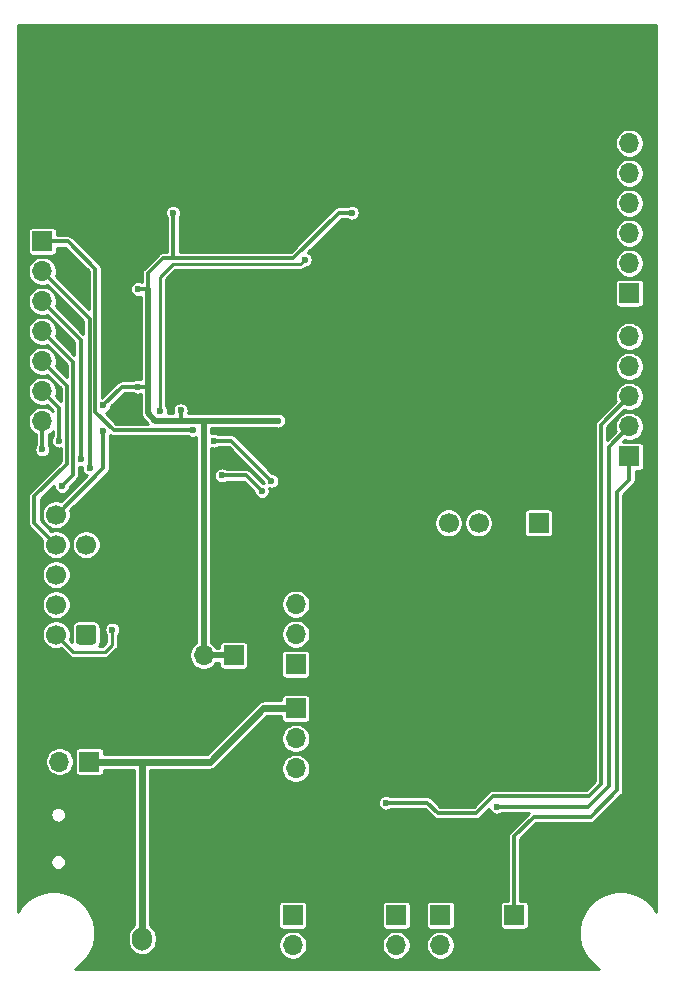
<source format=gbr>
%TF.GenerationSoftware,KiCad,Pcbnew,(5.1.6)-1*%
%TF.CreationDate,2020-11-01T11:06:05+05:30*%
%TF.ProjectId,PZYEMD011,505a5945-4d44-4303-9131-2e6b69636164,rev?*%
%TF.SameCoordinates,Original*%
%TF.FileFunction,Copper,L2,Bot*%
%TF.FilePolarity,Positive*%
%FSLAX46Y46*%
G04 Gerber Fmt 4.6, Leading zero omitted, Abs format (unit mm)*
G04 Created by KiCad (PCBNEW (5.1.6)-1) date 2020-11-01 11:06:05*
%MOMM*%
%LPD*%
G01*
G04 APERTURE LIST*
%TA.AperFunction,ComponentPad*%
%ADD10R,1.700000X1.700000*%
%TD*%
%TA.AperFunction,ComponentPad*%
%ADD11O,1.700000X1.700000*%
%TD*%
%TA.AperFunction,ComponentPad*%
%ADD12C,1.700000*%
%TD*%
%TA.AperFunction,ComponentPad*%
%ADD13O,1.700000X2.000000*%
%TD*%
%TA.AperFunction,ComponentPad*%
%ADD14O,2.150000X1.000000*%
%TD*%
%TA.AperFunction,ViaPad*%
%ADD15C,0.600000*%
%TD*%
%TA.AperFunction,Conductor*%
%ADD16C,0.350000*%
%TD*%
%TA.AperFunction,Conductor*%
%ADD17C,0.500000*%
%TD*%
%TA.AperFunction,Conductor*%
%ADD18C,0.300000*%
%TD*%
%TA.AperFunction,Conductor*%
%ADD19C,0.250000*%
%TD*%
%TA.AperFunction,Conductor*%
%ADD20C,0.600000*%
%TD*%
%TA.AperFunction,Conductor*%
%ADD21C,0.254000*%
%TD*%
G04 APERTURE END LIST*
D10*
%TO.P,J9,1*%
%TO.N,/PD_04*%
X132500000Y-130000000D03*
D11*
%TO.P,J9,2*%
%TO.N,GND*%
X132500000Y-132540000D03*
%TD*%
D10*
%TO.P,J11,1*%
%TO.N,GND*%
X117050000Y-130000000D03*
D11*
%TO.P,J11,2*%
X117050000Y-132540000D03*
%TD*%
%TO.P,J14,2*%
%TO.N,GND*%
X93960000Y-114000000D03*
D10*
%TO.P,J14,1*%
X96500000Y-114000000D03*
%TD*%
D12*
%TO.P,J10,4*%
%TO.N,/PA5*%
X126940000Y-96800000D03*
%TO.P,J10,3*%
%TO.N,/PA6*%
X129480000Y-96800000D03*
%TO.P,J10,2*%
%TO.N,GND*%
X132020000Y-96800000D03*
D10*
%TO.P,J10,1*%
%TO.N,+3V3*%
X134560000Y-96800000D03*
%TD*%
%TO.P,J1,1*%
%TO.N,/PD_04*%
X142250000Y-91160000D03*
D11*
%TO.P,J1,2*%
%TO.N,/PD_03*%
X142250000Y-88620000D03*
%TO.P,J1,3*%
%TO.N,/PD_02*%
X142250000Y-86080000D03*
%TO.P,J1,4*%
%TO.N,/PD_01*%
X142250000Y-83540000D03*
%TO.P,J1,5*%
%TO.N,/PD_00*%
X142250000Y-81000000D03*
%TD*%
D10*
%TO.P,J3,1*%
%TO.N,/PC_00*%
X142250000Y-77330000D03*
D11*
%TO.P,J3,2*%
%TO.N,/PC_01*%
X142250000Y-74790000D03*
%TO.P,J3,3*%
%TO.N,/PC_02*%
X142250000Y-72250000D03*
%TO.P,J3,4*%
%TO.N,/PC_03*%
X142250000Y-69710000D03*
%TO.P,J3,5*%
%TO.N,/PC_04*%
X142250000Y-67170000D03*
%TO.P,J3,6*%
%TO.N,/PC_05*%
X142250000Y-64630000D03*
%TD*%
%TO.P,J4,1*%
%TO.N,Net-(J4-Pad1)*%
%TA.AperFunction,ComponentPad*%
G36*
G01*
X97100000Y-105650000D02*
X97100000Y-106850000D01*
G75*
G02*
X96850000Y-107100000I-250000J0D01*
G01*
X95650000Y-107100000D01*
G75*
G02*
X95400000Y-106850000I0J250000D01*
G01*
X95400000Y-105650000D01*
G75*
G02*
X95650000Y-105400000I250000J0D01*
G01*
X96850000Y-105400000D01*
G75*
G02*
X97100000Y-105650000I0J-250000D01*
G01*
G37*
%TD.AperFunction*%
D12*
%TO.P,J4,3*%
%TO.N,GND*%
X96250000Y-103710000D03*
%TO.P,J4,5*%
X96250000Y-101170000D03*
%TO.P,J4,7*%
%TO.N,Net-(J4-Pad7)*%
X96250000Y-98630000D03*
%TO.P,J4,9*%
%TO.N,GND*%
X96250000Y-96090000D03*
%TO.P,J4,2*%
%TO.N,/PA2*%
X93710000Y-106250000D03*
%TO.P,J4,4*%
%TO.N,/PA1*%
X93710000Y-103710000D03*
%TO.P,J4,6*%
%TO.N,/PA3*%
X93710000Y-101170000D03*
%TO.P,J4,8*%
%TO.N,/PA4*%
X93710000Y-98630000D03*
%TO.P,J4,10*%
%TO.N,RST*%
X93710000Y-96090000D03*
%TD*%
D10*
%TO.P,J5,1*%
%TO.N,/PA0*%
X92550000Y-72950000D03*
D11*
%TO.P,J5,2*%
%TO.N,/PA1*%
X92550000Y-75490000D03*
%TO.P,J5,3*%
%TO.N,/PA2*%
X92550000Y-78030000D03*
%TO.P,J5,4*%
%TO.N,/PA3*%
X92550000Y-80570000D03*
%TO.P,J5,5*%
%TO.N,/PA4*%
X92550000Y-83110000D03*
%TO.P,J5,6*%
%TO.N,/PA5*%
X92550000Y-85650000D03*
%TO.P,J5,7*%
%TO.N,/PA6*%
X92550000Y-88190000D03*
%TD*%
D10*
%TO.P,J7,1*%
%TO.N,Net-(J7-Pad1)*%
X126250000Y-130000000D03*
D11*
%TO.P,J7,2*%
%TO.N,Net-(J7-Pad2)*%
X126250000Y-132540000D03*
%TD*%
%TO.P,J8,2*%
%TO.N,Net-(J8-Pad2)*%
X122500000Y-132540000D03*
D10*
%TO.P,J8,1*%
%TO.N,Net-(J8-Pad1)*%
X122500000Y-130000000D03*
%TD*%
D11*
%TO.P,J2,2*%
%TO.N,+3V3*%
X113750000Y-132540000D03*
D10*
%TO.P,J2,1*%
X113750000Y-130000000D03*
%TD*%
%TO.P,J12,1*%
%TO.N,GND*%
%TA.AperFunction,ComponentPad*%
G36*
G01*
X104350000Y-131250000D02*
X104350000Y-132750000D01*
G75*
G02*
X104100000Y-133000000I-250000J0D01*
G01*
X102900000Y-133000000D01*
G75*
G02*
X102650000Y-132750000I0J250000D01*
G01*
X102650000Y-131250000D01*
G75*
G02*
X102900000Y-131000000I250000J0D01*
G01*
X104100000Y-131000000D01*
G75*
G02*
X104350000Y-131250000I0J-250000D01*
G01*
G37*
%TD.AperFunction*%
D13*
%TO.P,J12,2*%
%TO.N,+5V*%
X101000000Y-132000000D03*
%TD*%
D10*
%TO.P,J13,1*%
%TO.N,VCC*%
X108750000Y-108000000D03*
D11*
%TO.P,J13,2*%
X106210000Y-108000000D03*
%TD*%
D10*
%TO.P,J15,1*%
%TO.N,+5V*%
X96540000Y-117000000D03*
D11*
%TO.P,J15,2*%
X94000000Y-117000000D03*
%TD*%
%TO.P,JP5,3*%
%TO.N,+3V3*%
X114000000Y-117580000D03*
%TO.P,JP5,2*%
%TO.N,Net-(J8-Pad1)*%
X114000000Y-115040000D03*
D10*
%TO.P,JP5,1*%
%TO.N,+5V*%
X114000000Y-112500000D03*
%TD*%
%TO.P,JP6,1*%
%TO.N,+5V*%
X114000000Y-108750000D03*
D11*
%TO.P,JP6,2*%
%TO.N,Net-(J7-Pad1)*%
X114000000Y-106210000D03*
%TO.P,JP6,3*%
%TO.N,+3V3*%
X114000000Y-103670000D03*
%TD*%
D14*
%TO.P,J16,6*%
%TO.N,GND*%
X91750000Y-120675000D03*
X91750000Y-126325000D03*
%TD*%
D15*
%TO.N,GND*%
X111115000Y-64112000D03*
X111115000Y-62709000D03*
X111115000Y-61306000D03*
X108515000Y-59903000D03*
X108515000Y-61306000D03*
X108515000Y-62709000D03*
X108515000Y-64112000D03*
X108515000Y-58500000D03*
X108515000Y-65515000D03*
X105950000Y-54950000D03*
X106750000Y-54950000D03*
X112275000Y-69950000D03*
X109450000Y-76850000D03*
X111150000Y-76850000D03*
X111150000Y-78550000D03*
X112200000Y-55200000D03*
X113470000Y-55200000D03*
X114740000Y-55200000D03*
X116010000Y-55200000D03*
X117280000Y-55200000D03*
X118550000Y-55200000D03*
X119820000Y-55200000D03*
X121090000Y-55200000D03*
X122360000Y-55200000D03*
X123630000Y-55200000D03*
X124900000Y-55200000D03*
X126170000Y-55200000D03*
X127440000Y-55200000D03*
X128710000Y-55200000D03*
X129980000Y-55200000D03*
X131250000Y-55200000D03*
X132520000Y-55200000D03*
X133790000Y-55200000D03*
X135060000Y-55200000D03*
X136330000Y-55200000D03*
X137600000Y-55200000D03*
X90810000Y-55200000D03*
X100970000Y-55200000D03*
X92080000Y-55200000D03*
X99700000Y-55200000D03*
X102240000Y-55200000D03*
X103510000Y-55200000D03*
X93350000Y-55200000D03*
X95890000Y-55200000D03*
X97160000Y-55200000D03*
X98430000Y-55200000D03*
X104780000Y-55200000D03*
X94620000Y-55200000D03*
X90810000Y-56470000D03*
X103510000Y-56470000D03*
X102240000Y-56470000D03*
X93350000Y-56470000D03*
X97160000Y-56470000D03*
X94620000Y-56470000D03*
X95890000Y-56470000D03*
X100970000Y-56470000D03*
X99700000Y-56470000D03*
X92080000Y-56470000D03*
X98430000Y-56470000D03*
X104780000Y-56470000D03*
X126170000Y-56470000D03*
X131250000Y-56470000D03*
X135060000Y-56470000D03*
X136330000Y-56470000D03*
X124900000Y-56470000D03*
X132520000Y-56470000D03*
X127440000Y-56470000D03*
X128710000Y-56470000D03*
X133790000Y-56470000D03*
X137600000Y-56470000D03*
X122360000Y-56470000D03*
X123630000Y-56470000D03*
X114740000Y-56470000D03*
X129980000Y-56470000D03*
X113470000Y-56470000D03*
X112200000Y-56470000D03*
X106050000Y-56470000D03*
X107500000Y-56500000D03*
X122225000Y-81950000D03*
X100700000Y-81975000D03*
X100700000Y-80250000D03*
X107000000Y-68500000D03*
X120622127Y-74297127D03*
X106000000Y-125000000D03*
X106000000Y-123000000D03*
X110350000Y-124000000D03*
X95750000Y-125750000D03*
X95800000Y-127750000D03*
X98000000Y-127750010D03*
X106625000Y-113225000D03*
X105800000Y-118000000D03*
X116399985Y-76849985D03*
X106275000Y-83200000D03*
X105005000Y-83200000D03*
X99005000Y-86870000D03*
X100275000Y-86870000D03*
X110300000Y-77700000D03*
X109450000Y-78550000D03*
X103250000Y-91450000D03*
X97925000Y-77925000D03*
X121090000Y-56470000D03*
X138870000Y-55200000D03*
X138870000Y-56470000D03*
X138870000Y-57740000D03*
X138870000Y-59010000D03*
X138870000Y-60280000D03*
X138870000Y-61550000D03*
X138870000Y-62820000D03*
X138870000Y-64090000D03*
X138870000Y-65360000D03*
X138870000Y-66630000D03*
X138870000Y-69170000D03*
X138870000Y-74250000D03*
X138870000Y-75520000D03*
X138870000Y-76790000D03*
X138870000Y-78060000D03*
X138870000Y-79330000D03*
X138870000Y-80600000D03*
X138870000Y-81870000D03*
X138870000Y-84410000D03*
X138870000Y-88220000D03*
X138870000Y-90760000D03*
X90810000Y-57740000D03*
X90810000Y-59010000D03*
X90810000Y-60280000D03*
X90810000Y-61550000D03*
X90810000Y-62820000D03*
X90810000Y-64090000D03*
X90810000Y-65360000D03*
X90810000Y-68700000D03*
X90810000Y-71240000D03*
X90810000Y-72510000D03*
X90810000Y-73780000D03*
X90810000Y-75050000D03*
X90810000Y-76320000D03*
X90810000Y-77590000D03*
X90810000Y-78860000D03*
X90810000Y-80130000D03*
X90810000Y-81400000D03*
X90810000Y-82670000D03*
X90810000Y-83940000D03*
X90810000Y-85210000D03*
X90810000Y-86480000D03*
X90810000Y-87750000D03*
X90810000Y-89020000D03*
X90810000Y-90290000D03*
X90810000Y-91560000D03*
X90810000Y-92830000D03*
X90810000Y-94100000D03*
X97160000Y-94100000D03*
X98430000Y-94100000D03*
X99700000Y-94100000D03*
X100970000Y-94100000D03*
X102240000Y-94100000D03*
X103510000Y-94100000D03*
X104780000Y-94100000D03*
X107320000Y-94100000D03*
X108590000Y-94100000D03*
X114940000Y-94100000D03*
X116210000Y-94100000D03*
X117480000Y-94100000D03*
X118750000Y-94100000D03*
X120020000Y-94100000D03*
X121290000Y-94100000D03*
X122560000Y-94100000D03*
X123830000Y-94100000D03*
X125100000Y-94100000D03*
X126370000Y-94100000D03*
X127640000Y-94100000D03*
X128910000Y-94100000D03*
X130180000Y-94100000D03*
X131450000Y-94100000D03*
X132720000Y-94100000D03*
X133990000Y-94100000D03*
X135260000Y-94100000D03*
X136530000Y-94100000D03*
X138870000Y-93300000D03*
X128850000Y-119625000D03*
X130000000Y-62000000D03*
X127000000Y-59500000D03*
X127000000Y-62000000D03*
X130000000Y-59500000D03*
X133000000Y-59500000D03*
X133000000Y-62000000D03*
X136000000Y-59500000D03*
X136000000Y-62000000D03*
X136000000Y-64500000D03*
X136000000Y-67000000D03*
X127000000Y-64500000D03*
X133000000Y-67000000D03*
X133000000Y-64500000D03*
X127000000Y-67000000D03*
X130000000Y-64500000D03*
X130000000Y-67000000D03*
X121000000Y-59500000D03*
X124000000Y-67000000D03*
X121000000Y-67000000D03*
X121000000Y-64500000D03*
X121000000Y-62000000D03*
X124000000Y-59500000D03*
X124000000Y-64500000D03*
X124000000Y-62000000D03*
X124000000Y-70000000D03*
X127000000Y-70000000D03*
X127000000Y-72500000D03*
X124000000Y-72500000D03*
X124000000Y-77500000D03*
X124000000Y-75000000D03*
X127000000Y-75000000D03*
X121000000Y-70000000D03*
X118000000Y-67000000D03*
X115000000Y-67000000D03*
X115000000Y-64500000D03*
X118000000Y-64500000D03*
X115000000Y-62000000D03*
X118000000Y-62000000D03*
X113250000Y-66600000D03*
X105500000Y-59500000D03*
X102500000Y-62000000D03*
X99500000Y-64500000D03*
X102500000Y-59500000D03*
X96500000Y-64500000D03*
X96500000Y-62000000D03*
X102500000Y-64500000D03*
X96500000Y-59500000D03*
X105500000Y-62000000D03*
X99500000Y-62000000D03*
X99500000Y-59500000D03*
X105500000Y-64500000D03*
X93500000Y-59500000D03*
X93500000Y-64500000D03*
X93500000Y-62000000D03*
X136500000Y-79000000D03*
X136500000Y-81500000D03*
X133500000Y-74000000D03*
X102500000Y-70000000D03*
X133500000Y-81500000D03*
X99500000Y-70000000D03*
X133500000Y-79000000D03*
X99500000Y-67500000D03*
X133500000Y-76500000D03*
X130500000Y-79000000D03*
X136500000Y-74000000D03*
X102500000Y-67500000D03*
X130500000Y-81500000D03*
X136500000Y-76500000D03*
X121500000Y-89000000D03*
X130500000Y-91500000D03*
X127500000Y-91500000D03*
X127500000Y-89000000D03*
X130500000Y-89000000D03*
X121500000Y-91500000D03*
X124500000Y-89000000D03*
X124500000Y-91500000D03*
X133500000Y-89000000D03*
X133500000Y-91500000D03*
X136500000Y-91500000D03*
X136500000Y-89000000D03*
X127000000Y-81500000D03*
X124000000Y-81500000D03*
X127000000Y-84500000D03*
X124000000Y-84500000D03*
X133500000Y-84500000D03*
X130500000Y-84500000D03*
X136500000Y-84500000D03*
X127500000Y-120700000D03*
X119375000Y-119050000D03*
X117825000Y-120425000D03*
X125500000Y-114000000D03*
X128500000Y-114000000D03*
X128500000Y-111500000D03*
X134500000Y-114000000D03*
X137500000Y-114000000D03*
X125500000Y-111500000D03*
X137500000Y-111500000D03*
X131500000Y-111500000D03*
X134500000Y-111500000D03*
X131500000Y-114000000D03*
%TO.N,VCC*%
X100650000Y-77000000D03*
X100625000Y-85250000D03*
X104250000Y-87275000D03*
X112500000Y-88125000D03*
X103624996Y-70525000D03*
X118750000Y-70525000D03*
X97700010Y-86850000D03*
%TO.N,RST*%
X102525000Y-87300000D03*
X97725000Y-89025000D03*
X114750000Y-74500000D03*
%TO.N,/PA3*%
X94209627Y-93659627D03*
%TO.N,/PA2*%
X98475000Y-105825000D03*
X95800000Y-91425000D03*
%TO.N,/PA1*%
X96550000Y-92125002D03*
%TO.N,/PD_03*%
X131025000Y-120825000D03*
%TO.N,/PD_02*%
X121625000Y-120475000D03*
%TO.N,/PA5*%
X107074999Y-89825002D03*
X111950000Y-93225000D03*
X93975000Y-89825000D03*
%TO.N,/PA6*%
X111130000Y-94100000D03*
X107775000Y-92775000D03*
X92550000Y-90575000D03*
%TO.N,/PA0*%
X105300000Y-88925000D03*
%TD*%
D16*
%TO.N,VCC*%
X104250000Y-88125000D02*
X104275000Y-88150000D01*
X104250000Y-87275000D02*
X104250000Y-88125000D01*
D17*
X108750000Y-108000000D02*
X106210000Y-108000000D01*
X104250000Y-88125000D02*
X102125000Y-88125000D01*
X102125000Y-88125000D02*
X101500000Y-87500000D01*
D16*
X101425000Y-85250000D02*
X101500000Y-85325000D01*
X100625000Y-85250000D02*
X101425000Y-85250000D01*
D17*
X101500000Y-87500000D02*
X101500000Y-85325000D01*
X101500000Y-80075000D02*
X101500000Y-85325000D01*
D16*
X101475000Y-77000000D02*
X101500000Y-76975000D01*
X100650000Y-77000000D02*
X101475000Y-77000000D01*
D17*
X101500000Y-76975000D02*
X101500000Y-80075000D01*
X106210000Y-88135000D02*
X106200000Y-88125000D01*
X104250000Y-88125000D02*
X106200000Y-88125000D01*
X106210000Y-108000000D02*
X106210000Y-88135000D01*
X106200000Y-88125000D02*
X112500000Y-88125000D01*
D16*
X103624996Y-71950004D02*
X103624996Y-70525000D01*
X103624996Y-74349996D02*
X103650000Y-74375000D01*
X103624996Y-71950004D02*
X103624996Y-74349996D01*
X101500000Y-75675000D02*
X101500000Y-76975000D01*
X103650000Y-74375000D02*
X102800000Y-74375000D01*
X102800000Y-74375000D02*
X101500000Y-75675000D01*
D18*
X100625000Y-85250000D02*
X99300010Y-85250000D01*
X99300010Y-85250000D02*
X97700010Y-86850000D01*
D16*
X118750000Y-70525000D02*
X117650996Y-70525000D01*
X117650996Y-70525000D02*
X113800996Y-74375000D01*
X113800996Y-74375000D02*
X103650000Y-74375000D01*
D18*
%TO.N,RST*%
X97725000Y-92137004D02*
X97725000Y-89025000D01*
X93772004Y-96090000D02*
X97725000Y-92137004D01*
X93710000Y-96090000D02*
X93772004Y-96090000D01*
D19*
X103600001Y-74899999D02*
X114350001Y-74899999D01*
X114350001Y-74899999D02*
X114750000Y-74500000D01*
X102525000Y-75975000D02*
X103600001Y-74899999D01*
X102525000Y-87300000D02*
X102525000Y-75975000D01*
D18*
%TO.N,/PA4*%
X91875000Y-96795000D02*
X93710000Y-98630000D01*
X94625000Y-91800000D02*
X91875000Y-94550000D01*
X92550000Y-83110000D02*
X94625000Y-85185000D01*
X91875000Y-94550000D02*
X91875000Y-96795000D01*
X94625000Y-85185000D02*
X94625000Y-91800000D01*
%TO.N,/PA3*%
X95150000Y-92719254D02*
X94209627Y-93659627D01*
X92550000Y-80570000D02*
X95150000Y-83170000D01*
X95150000Y-83170000D02*
X95150000Y-92719254D01*
D19*
%TO.N,/PA2*%
X98475000Y-105825000D02*
X98475000Y-107100000D01*
X95185000Y-107725000D02*
X93710000Y-106250000D01*
X97850000Y-107725000D02*
X95185000Y-107725000D01*
X98475000Y-107100000D02*
X97850000Y-107725000D01*
D18*
X95800000Y-81280000D02*
X95800000Y-91425000D01*
X92550000Y-78030000D02*
X95800000Y-81280000D01*
%TO.N,/PA1*%
X92550000Y-75490000D02*
X96550000Y-79490000D01*
X96550000Y-79490000D02*
X96550000Y-92125002D01*
%TO.N,/PD_04*%
X132500000Y-123325000D02*
X132500000Y-130000000D01*
X134150000Y-121675000D02*
X132500000Y-123325000D01*
X142250000Y-93150000D02*
X141225000Y-94175000D01*
X142250000Y-91160000D02*
X142250000Y-93150000D01*
X141225000Y-94175000D02*
X141225000Y-119425000D01*
X141225000Y-119425000D02*
X138975000Y-121675000D01*
X138975000Y-121675000D02*
X134150000Y-121675000D01*
%TO.N,/PD_03*%
X140525000Y-90345000D02*
X142250000Y-88620000D01*
X131025000Y-120825000D02*
X138750000Y-120825000D01*
X140525000Y-119050000D02*
X140525000Y-90345000D01*
X138750000Y-120825000D02*
X140525000Y-119050000D01*
%TO.N,/PD_02*%
X138800000Y-119925000D02*
X139850000Y-118875000D01*
X121625000Y-120475000D02*
X125150000Y-120475000D01*
X139850000Y-88480000D02*
X142250000Y-86080000D01*
X126025001Y-121350001D02*
X129274999Y-121350001D01*
X139850000Y-118875000D02*
X139850000Y-88480000D01*
X130700000Y-119925000D02*
X138800000Y-119925000D01*
X125150000Y-120475000D02*
X126025001Y-121350001D01*
X129274999Y-121350001D02*
X130700000Y-119925000D01*
%TO.N,/PA5*%
X108550002Y-89825002D02*
X107074999Y-89825002D01*
X111950000Y-93225000D02*
X108550002Y-89825002D01*
X93975000Y-87075000D02*
X92550000Y-85650000D01*
X93975000Y-89825000D02*
X93975000Y-87075000D01*
%TO.N,/PA6*%
X92550000Y-88190000D02*
X92550000Y-90575000D01*
X110225000Y-93195000D02*
X111130000Y-94100000D01*
X107775000Y-92775000D02*
X109805000Y-92775000D01*
X109805000Y-92775000D02*
X110225000Y-93195000D01*
%TO.N,/PA0*%
X94725000Y-72950000D02*
X92550000Y-72950000D01*
X97050000Y-87375000D02*
X97050000Y-75275000D01*
X105300000Y-88925000D02*
X98600000Y-88925000D01*
X98600000Y-88925000D02*
X97050000Y-87375000D01*
X97050000Y-75275000D02*
X94725000Y-72950000D01*
D20*
%TO.N,+5V*%
X101000000Y-132000000D02*
X101000000Y-118225000D01*
X99775000Y-117000000D02*
X96540000Y-117000000D01*
X114000000Y-112500000D02*
X111275000Y-112500000D01*
X111275000Y-112500000D02*
X106775000Y-117000000D01*
X106775000Y-117000000D02*
X101000000Y-117000000D01*
X101000000Y-118225000D02*
X101000000Y-117000000D01*
X101000000Y-117000000D02*
X99775000Y-117000000D01*
%TD*%
D21*
%TO.N,GND*%
G36*
X144548000Y-129713222D02*
G01*
X144239600Y-129251668D01*
X143748332Y-128760400D01*
X143170661Y-128374413D01*
X142528788Y-128108540D01*
X141847379Y-127973000D01*
X141152621Y-127973000D01*
X140471212Y-128108540D01*
X139829339Y-128374413D01*
X139251668Y-128760400D01*
X138760400Y-129251668D01*
X138374413Y-129829339D01*
X138108540Y-130471212D01*
X137973000Y-131152621D01*
X137973000Y-131847379D01*
X138108540Y-132528788D01*
X138374413Y-133170661D01*
X138760400Y-133748332D01*
X139251668Y-134239600D01*
X139713222Y-134548000D01*
X95286778Y-134548000D01*
X95748332Y-134239600D01*
X96239600Y-133748332D01*
X96625587Y-133170661D01*
X96891460Y-132528788D01*
X97027000Y-131847379D01*
X97027000Y-131152621D01*
X96891460Y-130471212D01*
X96625587Y-129829339D01*
X96239600Y-129251668D01*
X95748332Y-128760400D01*
X95170661Y-128374413D01*
X94528788Y-128108540D01*
X93847379Y-127973000D01*
X93152621Y-127973000D01*
X92471212Y-128108540D01*
X91829339Y-128374413D01*
X91251668Y-128760400D01*
X90760400Y-129251668D01*
X90452000Y-129713222D01*
X90452000Y-125433321D01*
X93223000Y-125433321D01*
X93223000Y-125566679D01*
X93249016Y-125697474D01*
X93300050Y-125820680D01*
X93374140Y-125931563D01*
X93468437Y-126025860D01*
X93579320Y-126099950D01*
X93702526Y-126150984D01*
X93833321Y-126177000D01*
X93966679Y-126177000D01*
X94097474Y-126150984D01*
X94220680Y-126099950D01*
X94331563Y-126025860D01*
X94425860Y-125931563D01*
X94499950Y-125820680D01*
X94550984Y-125697474D01*
X94577000Y-125566679D01*
X94577000Y-125433321D01*
X94550984Y-125302526D01*
X94499950Y-125179320D01*
X94425860Y-125068437D01*
X94331563Y-124974140D01*
X94220680Y-124900050D01*
X94097474Y-124849016D01*
X93966679Y-124823000D01*
X93833321Y-124823000D01*
X93702526Y-124849016D01*
X93579320Y-124900050D01*
X93468437Y-124974140D01*
X93374140Y-125068437D01*
X93300050Y-125179320D01*
X93249016Y-125302526D01*
X93223000Y-125433321D01*
X90452000Y-125433321D01*
X90452000Y-121433321D01*
X93223000Y-121433321D01*
X93223000Y-121566679D01*
X93249016Y-121697474D01*
X93300050Y-121820680D01*
X93374140Y-121931563D01*
X93468437Y-122025860D01*
X93579320Y-122099950D01*
X93702526Y-122150984D01*
X93833321Y-122177000D01*
X93966679Y-122177000D01*
X94097474Y-122150984D01*
X94220680Y-122099950D01*
X94331563Y-122025860D01*
X94425860Y-121931563D01*
X94499950Y-121820680D01*
X94550984Y-121697474D01*
X94577000Y-121566679D01*
X94577000Y-121433321D01*
X94550984Y-121302526D01*
X94499950Y-121179320D01*
X94425860Y-121068437D01*
X94331563Y-120974140D01*
X94220680Y-120900050D01*
X94097474Y-120849016D01*
X93966679Y-120823000D01*
X93833321Y-120823000D01*
X93702526Y-120849016D01*
X93579320Y-120900050D01*
X93468437Y-120974140D01*
X93374140Y-121068437D01*
X93300050Y-121179320D01*
X93249016Y-121302526D01*
X93223000Y-121433321D01*
X90452000Y-121433321D01*
X90452000Y-116879151D01*
X92773000Y-116879151D01*
X92773000Y-117120849D01*
X92820153Y-117357903D01*
X92912647Y-117581202D01*
X93046927Y-117782167D01*
X93217833Y-117953073D01*
X93418798Y-118087353D01*
X93642097Y-118179847D01*
X93879151Y-118227000D01*
X94120849Y-118227000D01*
X94357903Y-118179847D01*
X94581202Y-118087353D01*
X94782167Y-117953073D01*
X94953073Y-117782167D01*
X95087353Y-117581202D01*
X95179847Y-117357903D01*
X95227000Y-117120849D01*
X95227000Y-116879151D01*
X95179847Y-116642097D01*
X95087353Y-116418798D01*
X94953073Y-116217833D01*
X94885240Y-116150000D01*
X95311176Y-116150000D01*
X95311176Y-117850000D01*
X95318455Y-117923905D01*
X95340012Y-117994970D01*
X95375019Y-118060463D01*
X95422131Y-118117869D01*
X95479537Y-118164981D01*
X95545030Y-118199988D01*
X95616095Y-118221545D01*
X95690000Y-118228824D01*
X97390000Y-118228824D01*
X97463905Y-118221545D01*
X97534970Y-118199988D01*
X97600463Y-118164981D01*
X97657869Y-118117869D01*
X97704981Y-118060463D01*
X97739988Y-117994970D01*
X97761545Y-117923905D01*
X97768824Y-117850000D01*
X97768824Y-117677000D01*
X100323000Y-117677000D01*
X100323000Y-118258251D01*
X100323001Y-118258261D01*
X100323000Y-130820585D01*
X100315018Y-130824851D01*
X100128184Y-130978183D01*
X99974852Y-131165017D01*
X99860916Y-131378176D01*
X99790755Y-131609466D01*
X99773000Y-131789732D01*
X99773000Y-132210267D01*
X99790755Y-132390533D01*
X99860916Y-132621823D01*
X99974851Y-132834982D01*
X100128183Y-133021817D01*
X100315017Y-133175149D01*
X100528176Y-133289084D01*
X100759466Y-133359245D01*
X101000000Y-133382936D01*
X101240533Y-133359245D01*
X101471823Y-133289084D01*
X101684982Y-133175149D01*
X101871817Y-133021817D01*
X102025149Y-132834983D01*
X102139084Y-132621824D01*
X102200564Y-132419151D01*
X112523000Y-132419151D01*
X112523000Y-132660849D01*
X112570153Y-132897903D01*
X112662647Y-133121202D01*
X112796927Y-133322167D01*
X112967833Y-133493073D01*
X113168798Y-133627353D01*
X113392097Y-133719847D01*
X113629151Y-133767000D01*
X113870849Y-133767000D01*
X114107903Y-133719847D01*
X114331202Y-133627353D01*
X114532167Y-133493073D01*
X114703073Y-133322167D01*
X114837353Y-133121202D01*
X114929847Y-132897903D01*
X114977000Y-132660849D01*
X114977000Y-132419151D01*
X121273000Y-132419151D01*
X121273000Y-132660849D01*
X121320153Y-132897903D01*
X121412647Y-133121202D01*
X121546927Y-133322167D01*
X121717833Y-133493073D01*
X121918798Y-133627353D01*
X122142097Y-133719847D01*
X122379151Y-133767000D01*
X122620849Y-133767000D01*
X122857903Y-133719847D01*
X123081202Y-133627353D01*
X123282167Y-133493073D01*
X123453073Y-133322167D01*
X123587353Y-133121202D01*
X123679847Y-132897903D01*
X123727000Y-132660849D01*
X123727000Y-132419151D01*
X125023000Y-132419151D01*
X125023000Y-132660849D01*
X125070153Y-132897903D01*
X125162647Y-133121202D01*
X125296927Y-133322167D01*
X125467833Y-133493073D01*
X125668798Y-133627353D01*
X125892097Y-133719847D01*
X126129151Y-133767000D01*
X126370849Y-133767000D01*
X126607903Y-133719847D01*
X126831202Y-133627353D01*
X127032167Y-133493073D01*
X127203073Y-133322167D01*
X127337353Y-133121202D01*
X127429847Y-132897903D01*
X127477000Y-132660849D01*
X127477000Y-132419151D01*
X127429847Y-132182097D01*
X127337353Y-131958798D01*
X127203073Y-131757833D01*
X127032167Y-131586927D01*
X126831202Y-131452647D01*
X126607903Y-131360153D01*
X126370849Y-131313000D01*
X126129151Y-131313000D01*
X125892097Y-131360153D01*
X125668798Y-131452647D01*
X125467833Y-131586927D01*
X125296927Y-131757833D01*
X125162647Y-131958798D01*
X125070153Y-132182097D01*
X125023000Y-132419151D01*
X123727000Y-132419151D01*
X123679847Y-132182097D01*
X123587353Y-131958798D01*
X123453073Y-131757833D01*
X123282167Y-131586927D01*
X123081202Y-131452647D01*
X122857903Y-131360153D01*
X122620849Y-131313000D01*
X122379151Y-131313000D01*
X122142097Y-131360153D01*
X121918798Y-131452647D01*
X121717833Y-131586927D01*
X121546927Y-131757833D01*
X121412647Y-131958798D01*
X121320153Y-132182097D01*
X121273000Y-132419151D01*
X114977000Y-132419151D01*
X114929847Y-132182097D01*
X114837353Y-131958798D01*
X114703073Y-131757833D01*
X114532167Y-131586927D01*
X114331202Y-131452647D01*
X114107903Y-131360153D01*
X113870849Y-131313000D01*
X113629151Y-131313000D01*
X113392097Y-131360153D01*
X113168798Y-131452647D01*
X112967833Y-131586927D01*
X112796927Y-131757833D01*
X112662647Y-131958798D01*
X112570153Y-132182097D01*
X112523000Y-132419151D01*
X102200564Y-132419151D01*
X102209245Y-132390534D01*
X102227000Y-132210268D01*
X102227000Y-131789733D01*
X102209245Y-131609467D01*
X102139084Y-131378177D01*
X102025149Y-131165018D01*
X101871817Y-130978183D01*
X101684983Y-130824851D01*
X101677000Y-130820584D01*
X101677000Y-129150000D01*
X112521176Y-129150000D01*
X112521176Y-130850000D01*
X112528455Y-130923905D01*
X112550012Y-130994970D01*
X112585019Y-131060463D01*
X112632131Y-131117869D01*
X112689537Y-131164981D01*
X112755030Y-131199988D01*
X112826095Y-131221545D01*
X112900000Y-131228824D01*
X114600000Y-131228824D01*
X114673905Y-131221545D01*
X114744970Y-131199988D01*
X114810463Y-131164981D01*
X114867869Y-131117869D01*
X114914981Y-131060463D01*
X114949988Y-130994970D01*
X114971545Y-130923905D01*
X114978824Y-130850000D01*
X114978824Y-129150000D01*
X121271176Y-129150000D01*
X121271176Y-130850000D01*
X121278455Y-130923905D01*
X121300012Y-130994970D01*
X121335019Y-131060463D01*
X121382131Y-131117869D01*
X121439537Y-131164981D01*
X121505030Y-131199988D01*
X121576095Y-131221545D01*
X121650000Y-131228824D01*
X123350000Y-131228824D01*
X123423905Y-131221545D01*
X123494970Y-131199988D01*
X123560463Y-131164981D01*
X123617869Y-131117869D01*
X123664981Y-131060463D01*
X123699988Y-130994970D01*
X123721545Y-130923905D01*
X123728824Y-130850000D01*
X123728824Y-129150000D01*
X125021176Y-129150000D01*
X125021176Y-130850000D01*
X125028455Y-130923905D01*
X125050012Y-130994970D01*
X125085019Y-131060463D01*
X125132131Y-131117869D01*
X125189537Y-131164981D01*
X125255030Y-131199988D01*
X125326095Y-131221545D01*
X125400000Y-131228824D01*
X127100000Y-131228824D01*
X127173905Y-131221545D01*
X127244970Y-131199988D01*
X127310463Y-131164981D01*
X127367869Y-131117869D01*
X127414981Y-131060463D01*
X127449988Y-130994970D01*
X127471545Y-130923905D01*
X127478824Y-130850000D01*
X127478824Y-129150000D01*
X127471545Y-129076095D01*
X127449988Y-129005030D01*
X127414981Y-128939537D01*
X127367869Y-128882131D01*
X127310463Y-128835019D01*
X127244970Y-128800012D01*
X127173905Y-128778455D01*
X127100000Y-128771176D01*
X125400000Y-128771176D01*
X125326095Y-128778455D01*
X125255030Y-128800012D01*
X125189537Y-128835019D01*
X125132131Y-128882131D01*
X125085019Y-128939537D01*
X125050012Y-129005030D01*
X125028455Y-129076095D01*
X125021176Y-129150000D01*
X123728824Y-129150000D01*
X123721545Y-129076095D01*
X123699988Y-129005030D01*
X123664981Y-128939537D01*
X123617869Y-128882131D01*
X123560463Y-128835019D01*
X123494970Y-128800012D01*
X123423905Y-128778455D01*
X123350000Y-128771176D01*
X121650000Y-128771176D01*
X121576095Y-128778455D01*
X121505030Y-128800012D01*
X121439537Y-128835019D01*
X121382131Y-128882131D01*
X121335019Y-128939537D01*
X121300012Y-129005030D01*
X121278455Y-129076095D01*
X121271176Y-129150000D01*
X114978824Y-129150000D01*
X114971545Y-129076095D01*
X114949988Y-129005030D01*
X114914981Y-128939537D01*
X114867869Y-128882131D01*
X114810463Y-128835019D01*
X114744970Y-128800012D01*
X114673905Y-128778455D01*
X114600000Y-128771176D01*
X112900000Y-128771176D01*
X112826095Y-128778455D01*
X112755030Y-128800012D01*
X112689537Y-128835019D01*
X112632131Y-128882131D01*
X112585019Y-128939537D01*
X112550012Y-129005030D01*
X112528455Y-129076095D01*
X112521176Y-129150000D01*
X101677000Y-129150000D01*
X101677000Y-120408321D01*
X120948000Y-120408321D01*
X120948000Y-120541679D01*
X120974016Y-120672474D01*
X121025050Y-120795680D01*
X121099140Y-120906563D01*
X121193437Y-121000860D01*
X121304320Y-121074950D01*
X121427526Y-121125984D01*
X121558321Y-121152000D01*
X121691679Y-121152000D01*
X121822474Y-121125984D01*
X121945680Y-121074950D01*
X122054857Y-121002000D01*
X124931711Y-121002000D01*
X125634050Y-121704340D01*
X125650553Y-121724449D01*
X125730799Y-121790305D01*
X125822351Y-121839240D01*
X125921691Y-121869375D01*
X125999120Y-121877001D01*
X125999122Y-121877001D01*
X126025000Y-121879550D01*
X126050878Y-121877001D01*
X129249118Y-121877001D01*
X129274999Y-121879550D01*
X129300880Y-121877001D01*
X129378309Y-121869375D01*
X129477649Y-121839240D01*
X129569201Y-121790305D01*
X129649447Y-121724449D01*
X129665954Y-121704335D01*
X130369669Y-121000621D01*
X130374016Y-121022474D01*
X130425050Y-121145680D01*
X130499140Y-121256563D01*
X130593437Y-121350860D01*
X130704320Y-121424950D01*
X130827526Y-121475984D01*
X130958321Y-121502000D01*
X131091679Y-121502000D01*
X131222474Y-121475984D01*
X131345680Y-121424950D01*
X131454857Y-121352000D01*
X133727710Y-121352000D01*
X132145666Y-122934045D01*
X132125552Y-122950552D01*
X132059696Y-123030798D01*
X132010762Y-123122350D01*
X132010761Y-123122351D01*
X131980626Y-123221691D01*
X131970451Y-123325000D01*
X131973000Y-123350881D01*
X131973001Y-128771176D01*
X131650000Y-128771176D01*
X131576095Y-128778455D01*
X131505030Y-128800012D01*
X131439537Y-128835019D01*
X131382131Y-128882131D01*
X131335019Y-128939537D01*
X131300012Y-129005030D01*
X131278455Y-129076095D01*
X131271176Y-129150000D01*
X131271176Y-130850000D01*
X131278455Y-130923905D01*
X131300012Y-130994970D01*
X131335019Y-131060463D01*
X131382131Y-131117869D01*
X131439537Y-131164981D01*
X131505030Y-131199988D01*
X131576095Y-131221545D01*
X131650000Y-131228824D01*
X133350000Y-131228824D01*
X133423905Y-131221545D01*
X133494970Y-131199988D01*
X133560463Y-131164981D01*
X133617869Y-131117869D01*
X133664981Y-131060463D01*
X133699988Y-130994970D01*
X133721545Y-130923905D01*
X133728824Y-130850000D01*
X133728824Y-129150000D01*
X133721545Y-129076095D01*
X133699988Y-129005030D01*
X133664981Y-128939537D01*
X133617869Y-128882131D01*
X133560463Y-128835019D01*
X133494970Y-128800012D01*
X133423905Y-128778455D01*
X133350000Y-128771176D01*
X133027000Y-128771176D01*
X133027000Y-123543289D01*
X134368290Y-122202000D01*
X138949119Y-122202000D01*
X138975000Y-122204549D01*
X139000881Y-122202000D01*
X139078310Y-122194374D01*
X139177650Y-122164239D01*
X139269202Y-122115304D01*
X139349448Y-122049448D01*
X139365955Y-122029334D01*
X141579344Y-119815946D01*
X141599448Y-119799448D01*
X141665304Y-119719202D01*
X141714239Y-119627650D01*
X141744374Y-119528310D01*
X141752000Y-119450881D01*
X141754549Y-119425000D01*
X141752000Y-119399119D01*
X141752000Y-94393289D01*
X142604339Y-93540951D01*
X142624448Y-93524448D01*
X142690304Y-93444202D01*
X142739239Y-93352650D01*
X142769374Y-93253310D01*
X142777000Y-93175881D01*
X142779549Y-93150000D01*
X142777000Y-93124119D01*
X142777000Y-92388824D01*
X143100000Y-92388824D01*
X143173905Y-92381545D01*
X143244970Y-92359988D01*
X143310463Y-92324981D01*
X143367869Y-92277869D01*
X143414981Y-92220463D01*
X143449988Y-92154970D01*
X143471545Y-92083905D01*
X143478824Y-92010000D01*
X143478824Y-90310000D01*
X143471545Y-90236095D01*
X143449988Y-90165030D01*
X143414981Y-90099537D01*
X143367869Y-90042131D01*
X143310463Y-89995019D01*
X143244970Y-89960012D01*
X143173905Y-89938455D01*
X143100000Y-89931176D01*
X141684113Y-89931176D01*
X141837894Y-89777395D01*
X141892097Y-89799847D01*
X142129151Y-89847000D01*
X142370849Y-89847000D01*
X142607903Y-89799847D01*
X142831202Y-89707353D01*
X143032167Y-89573073D01*
X143203073Y-89402167D01*
X143337353Y-89201202D01*
X143429847Y-88977903D01*
X143477000Y-88740849D01*
X143477000Y-88499151D01*
X143429847Y-88262097D01*
X143337353Y-88038798D01*
X143203073Y-87837833D01*
X143032167Y-87666927D01*
X142831202Y-87532647D01*
X142607903Y-87440153D01*
X142370849Y-87393000D01*
X142129151Y-87393000D01*
X141892097Y-87440153D01*
X141668798Y-87532647D01*
X141467833Y-87666927D01*
X141296927Y-87837833D01*
X141162647Y-88038798D01*
X141070153Y-88262097D01*
X141023000Y-88499151D01*
X141023000Y-88740849D01*
X141070153Y-88977903D01*
X141092605Y-89032106D01*
X140377000Y-89747711D01*
X140377000Y-88698289D01*
X141837895Y-87237396D01*
X141892097Y-87259847D01*
X142129151Y-87307000D01*
X142370849Y-87307000D01*
X142607903Y-87259847D01*
X142831202Y-87167353D01*
X143032167Y-87033073D01*
X143203073Y-86862167D01*
X143337353Y-86661202D01*
X143429847Y-86437903D01*
X143477000Y-86200849D01*
X143477000Y-85959151D01*
X143429847Y-85722097D01*
X143337353Y-85498798D01*
X143203073Y-85297833D01*
X143032167Y-85126927D01*
X142831202Y-84992647D01*
X142607903Y-84900153D01*
X142370849Y-84853000D01*
X142129151Y-84853000D01*
X141892097Y-84900153D01*
X141668798Y-84992647D01*
X141467833Y-85126927D01*
X141296927Y-85297833D01*
X141162647Y-85498798D01*
X141070153Y-85722097D01*
X141023000Y-85959151D01*
X141023000Y-86200849D01*
X141070153Y-86437903D01*
X141092604Y-86492105D01*
X139495662Y-88089049D01*
X139475553Y-88105552D01*
X139427488Y-88164120D01*
X139409696Y-88185799D01*
X139360761Y-88277351D01*
X139330626Y-88376691D01*
X139320451Y-88480000D01*
X139323001Y-88505891D01*
X139323000Y-118656710D01*
X138581711Y-119398000D01*
X130725881Y-119398000D01*
X130700000Y-119395451D01*
X130674119Y-119398000D01*
X130596690Y-119405626D01*
X130497350Y-119435761D01*
X130405798Y-119484696D01*
X130325552Y-119550552D01*
X130309053Y-119570656D01*
X129056710Y-120823001D01*
X126243291Y-120823001D01*
X125540955Y-120120666D01*
X125524448Y-120100552D01*
X125444202Y-120034696D01*
X125352650Y-119985761D01*
X125253310Y-119955626D01*
X125175881Y-119948000D01*
X125150000Y-119945451D01*
X125124119Y-119948000D01*
X122054857Y-119948000D01*
X121945680Y-119875050D01*
X121822474Y-119824016D01*
X121691679Y-119798000D01*
X121558321Y-119798000D01*
X121427526Y-119824016D01*
X121304320Y-119875050D01*
X121193437Y-119949140D01*
X121099140Y-120043437D01*
X121025050Y-120154320D01*
X120974016Y-120277526D01*
X120948000Y-120408321D01*
X101677000Y-120408321D01*
X101677000Y-117677000D01*
X106741755Y-117677000D01*
X106775000Y-117680274D01*
X106808245Y-117677000D01*
X106808252Y-117677000D01*
X106907715Y-117667204D01*
X107035330Y-117628492D01*
X107152941Y-117565628D01*
X107256027Y-117481027D01*
X107273980Y-117459151D01*
X112773000Y-117459151D01*
X112773000Y-117700849D01*
X112820153Y-117937903D01*
X112912647Y-118161202D01*
X113046927Y-118362167D01*
X113217833Y-118533073D01*
X113418798Y-118667353D01*
X113642097Y-118759847D01*
X113879151Y-118807000D01*
X114120849Y-118807000D01*
X114357903Y-118759847D01*
X114581202Y-118667353D01*
X114782167Y-118533073D01*
X114953073Y-118362167D01*
X115087353Y-118161202D01*
X115179847Y-117937903D01*
X115227000Y-117700849D01*
X115227000Y-117459151D01*
X115179847Y-117222097D01*
X115087353Y-116998798D01*
X114953073Y-116797833D01*
X114782167Y-116626927D01*
X114581202Y-116492647D01*
X114357903Y-116400153D01*
X114120849Y-116353000D01*
X113879151Y-116353000D01*
X113642097Y-116400153D01*
X113418798Y-116492647D01*
X113217833Y-116626927D01*
X113046927Y-116797833D01*
X112912647Y-116998798D01*
X112820153Y-117222097D01*
X112773000Y-117459151D01*
X107273980Y-117459151D01*
X107277226Y-117455196D01*
X109813271Y-114919151D01*
X112773000Y-114919151D01*
X112773000Y-115160849D01*
X112820153Y-115397903D01*
X112912647Y-115621202D01*
X113046927Y-115822167D01*
X113217833Y-115993073D01*
X113418798Y-116127353D01*
X113642097Y-116219847D01*
X113879151Y-116267000D01*
X114120849Y-116267000D01*
X114357903Y-116219847D01*
X114581202Y-116127353D01*
X114782167Y-115993073D01*
X114953073Y-115822167D01*
X115087353Y-115621202D01*
X115179847Y-115397903D01*
X115227000Y-115160849D01*
X115227000Y-114919151D01*
X115179847Y-114682097D01*
X115087353Y-114458798D01*
X114953073Y-114257833D01*
X114782167Y-114086927D01*
X114581202Y-113952647D01*
X114357903Y-113860153D01*
X114120849Y-113813000D01*
X113879151Y-113813000D01*
X113642097Y-113860153D01*
X113418798Y-113952647D01*
X113217833Y-114086927D01*
X113046927Y-114257833D01*
X112912647Y-114458798D01*
X112820153Y-114682097D01*
X112773000Y-114919151D01*
X109813271Y-114919151D01*
X111555422Y-113177000D01*
X112771176Y-113177000D01*
X112771176Y-113350000D01*
X112778455Y-113423905D01*
X112800012Y-113494970D01*
X112835019Y-113560463D01*
X112882131Y-113617869D01*
X112939537Y-113664981D01*
X113005030Y-113699988D01*
X113076095Y-113721545D01*
X113150000Y-113728824D01*
X114850000Y-113728824D01*
X114923905Y-113721545D01*
X114994970Y-113699988D01*
X115060463Y-113664981D01*
X115117869Y-113617869D01*
X115164981Y-113560463D01*
X115199988Y-113494970D01*
X115221545Y-113423905D01*
X115228824Y-113350000D01*
X115228824Y-111650000D01*
X115221545Y-111576095D01*
X115199988Y-111505030D01*
X115164981Y-111439537D01*
X115117869Y-111382131D01*
X115060463Y-111335019D01*
X114994970Y-111300012D01*
X114923905Y-111278455D01*
X114850000Y-111271176D01*
X113150000Y-111271176D01*
X113076095Y-111278455D01*
X113005030Y-111300012D01*
X112939537Y-111335019D01*
X112882131Y-111382131D01*
X112835019Y-111439537D01*
X112800012Y-111505030D01*
X112778455Y-111576095D01*
X112771176Y-111650000D01*
X112771176Y-111823000D01*
X111308244Y-111823000D01*
X111274999Y-111819726D01*
X111241754Y-111823000D01*
X111241748Y-111823000D01*
X111142285Y-111832796D01*
X111014670Y-111871508D01*
X110897059Y-111934372D01*
X110793973Y-112018973D01*
X110772774Y-112044804D01*
X106494578Y-116323000D01*
X101033252Y-116323000D01*
X101000000Y-116319725D01*
X100966748Y-116323000D01*
X97768824Y-116323000D01*
X97768824Y-116150000D01*
X97761545Y-116076095D01*
X97739988Y-116005030D01*
X97704981Y-115939537D01*
X97657869Y-115882131D01*
X97600463Y-115835019D01*
X97534970Y-115800012D01*
X97463905Y-115778455D01*
X97390000Y-115771176D01*
X95690000Y-115771176D01*
X95616095Y-115778455D01*
X95545030Y-115800012D01*
X95479537Y-115835019D01*
X95422131Y-115882131D01*
X95375019Y-115939537D01*
X95340012Y-116005030D01*
X95318455Y-116076095D01*
X95311176Y-116150000D01*
X94885240Y-116150000D01*
X94782167Y-116046927D01*
X94581202Y-115912647D01*
X94357903Y-115820153D01*
X94120849Y-115773000D01*
X93879151Y-115773000D01*
X93642097Y-115820153D01*
X93418798Y-115912647D01*
X93217833Y-116046927D01*
X93046927Y-116217833D01*
X92912647Y-116418798D01*
X92820153Y-116642097D01*
X92773000Y-116879151D01*
X90452000Y-116879151D01*
X90452000Y-106129151D01*
X92483000Y-106129151D01*
X92483000Y-106370849D01*
X92530153Y-106607903D01*
X92622647Y-106831202D01*
X92756927Y-107032167D01*
X92927833Y-107203073D01*
X93128798Y-107337353D01*
X93352097Y-107429847D01*
X93589151Y-107477000D01*
X93830849Y-107477000D01*
X94067903Y-107429847D01*
X94147106Y-107397040D01*
X94812603Y-108062538D01*
X94828316Y-108081684D01*
X94847462Y-108097397D01*
X94847464Y-108097399D01*
X94878553Y-108122913D01*
X94904755Y-108144417D01*
X94991964Y-108191031D01*
X95086591Y-108219736D01*
X95160347Y-108227000D01*
X95160356Y-108227000D01*
X95184999Y-108229427D01*
X95209642Y-108227000D01*
X97825357Y-108227000D01*
X97850000Y-108229427D01*
X97874643Y-108227000D01*
X97874653Y-108227000D01*
X97948409Y-108219736D01*
X98043036Y-108191031D01*
X98130245Y-108144417D01*
X98206684Y-108081684D01*
X98222401Y-108062533D01*
X98812538Y-107472397D01*
X98831684Y-107456684D01*
X98894417Y-107380245D01*
X98941031Y-107293036D01*
X98969736Y-107198409D01*
X98977000Y-107124653D01*
X98977000Y-107124644D01*
X98979427Y-107100001D01*
X98977000Y-107075358D01*
X98977000Y-106280423D01*
X99000860Y-106256563D01*
X99074950Y-106145680D01*
X99125984Y-106022474D01*
X99152000Y-105891679D01*
X99152000Y-105758321D01*
X99125984Y-105627526D01*
X99074950Y-105504320D01*
X99000860Y-105393437D01*
X98906563Y-105299140D01*
X98795680Y-105225050D01*
X98672474Y-105174016D01*
X98541679Y-105148000D01*
X98408321Y-105148000D01*
X98277526Y-105174016D01*
X98154320Y-105225050D01*
X98043437Y-105299140D01*
X97949140Y-105393437D01*
X97875050Y-105504320D01*
X97824016Y-105627526D01*
X97798000Y-105758321D01*
X97798000Y-105891679D01*
X97824016Y-106022474D01*
X97875050Y-106145680D01*
X97949140Y-106256563D01*
X97973000Y-106280423D01*
X97973001Y-106892064D01*
X97642066Y-107223000D01*
X97353444Y-107223000D01*
X97372848Y-107199356D01*
X97430958Y-107090641D01*
X97466741Y-106972677D01*
X97478824Y-106850000D01*
X97478824Y-105650000D01*
X97466741Y-105527323D01*
X97430958Y-105409359D01*
X97372848Y-105300644D01*
X97294646Y-105205354D01*
X97199356Y-105127152D01*
X97090641Y-105069042D01*
X96972677Y-105033259D01*
X96850000Y-105021176D01*
X95650000Y-105021176D01*
X95527323Y-105033259D01*
X95409359Y-105069042D01*
X95300644Y-105127152D01*
X95205354Y-105205354D01*
X95127152Y-105300644D01*
X95069042Y-105409359D01*
X95033259Y-105527323D01*
X95021176Y-105650000D01*
X95021176Y-106850000D01*
X95021312Y-106851377D01*
X94857040Y-106687106D01*
X94889847Y-106607903D01*
X94937000Y-106370849D01*
X94937000Y-106129151D01*
X94889847Y-105892097D01*
X94797353Y-105668798D01*
X94663073Y-105467833D01*
X94492167Y-105296927D01*
X94291202Y-105162647D01*
X94067903Y-105070153D01*
X93830849Y-105023000D01*
X93589151Y-105023000D01*
X93352097Y-105070153D01*
X93128798Y-105162647D01*
X92927833Y-105296927D01*
X92756927Y-105467833D01*
X92622647Y-105668798D01*
X92530153Y-105892097D01*
X92483000Y-106129151D01*
X90452000Y-106129151D01*
X90452000Y-103589151D01*
X92483000Y-103589151D01*
X92483000Y-103830849D01*
X92530153Y-104067903D01*
X92622647Y-104291202D01*
X92756927Y-104492167D01*
X92927833Y-104663073D01*
X93128798Y-104797353D01*
X93352097Y-104889847D01*
X93589151Y-104937000D01*
X93830849Y-104937000D01*
X94067903Y-104889847D01*
X94291202Y-104797353D01*
X94492167Y-104663073D01*
X94663073Y-104492167D01*
X94797353Y-104291202D01*
X94889847Y-104067903D01*
X94937000Y-103830849D01*
X94937000Y-103589151D01*
X94889847Y-103352097D01*
X94797353Y-103128798D01*
X94663073Y-102927833D01*
X94492167Y-102756927D01*
X94291202Y-102622647D01*
X94067903Y-102530153D01*
X93830849Y-102483000D01*
X93589151Y-102483000D01*
X93352097Y-102530153D01*
X93128798Y-102622647D01*
X92927833Y-102756927D01*
X92756927Y-102927833D01*
X92622647Y-103128798D01*
X92530153Y-103352097D01*
X92483000Y-103589151D01*
X90452000Y-103589151D01*
X90452000Y-101049151D01*
X92483000Y-101049151D01*
X92483000Y-101290849D01*
X92530153Y-101527903D01*
X92622647Y-101751202D01*
X92756927Y-101952167D01*
X92927833Y-102123073D01*
X93128798Y-102257353D01*
X93352097Y-102349847D01*
X93589151Y-102397000D01*
X93830849Y-102397000D01*
X94067903Y-102349847D01*
X94291202Y-102257353D01*
X94492167Y-102123073D01*
X94663073Y-101952167D01*
X94797353Y-101751202D01*
X94889847Y-101527903D01*
X94937000Y-101290849D01*
X94937000Y-101049151D01*
X94889847Y-100812097D01*
X94797353Y-100588798D01*
X94663073Y-100387833D01*
X94492167Y-100216927D01*
X94291202Y-100082647D01*
X94067903Y-99990153D01*
X93830849Y-99943000D01*
X93589151Y-99943000D01*
X93352097Y-99990153D01*
X93128798Y-100082647D01*
X92927833Y-100216927D01*
X92756927Y-100387833D01*
X92622647Y-100588798D01*
X92530153Y-100812097D01*
X92483000Y-101049151D01*
X90452000Y-101049151D01*
X90452000Y-72100000D01*
X91321176Y-72100000D01*
X91321176Y-73800000D01*
X91328455Y-73873905D01*
X91350012Y-73944970D01*
X91385019Y-74010463D01*
X91432131Y-74067869D01*
X91489537Y-74114981D01*
X91555030Y-74149988D01*
X91626095Y-74171545D01*
X91700000Y-74178824D01*
X93400000Y-74178824D01*
X93473905Y-74171545D01*
X93544970Y-74149988D01*
X93610463Y-74114981D01*
X93667869Y-74067869D01*
X93714981Y-74010463D01*
X93749988Y-73944970D01*
X93771545Y-73873905D01*
X93778824Y-73800000D01*
X93778824Y-73477000D01*
X94506711Y-73477000D01*
X96523001Y-75493292D01*
X96523001Y-78717711D01*
X93707395Y-75902106D01*
X93729847Y-75847903D01*
X93777000Y-75610849D01*
X93777000Y-75369151D01*
X93729847Y-75132097D01*
X93637353Y-74908798D01*
X93503073Y-74707833D01*
X93332167Y-74536927D01*
X93131202Y-74402647D01*
X92907903Y-74310153D01*
X92670849Y-74263000D01*
X92429151Y-74263000D01*
X92192097Y-74310153D01*
X91968798Y-74402647D01*
X91767833Y-74536927D01*
X91596927Y-74707833D01*
X91462647Y-74908798D01*
X91370153Y-75132097D01*
X91323000Y-75369151D01*
X91323000Y-75610849D01*
X91370153Y-75847903D01*
X91462647Y-76071202D01*
X91596927Y-76272167D01*
X91767833Y-76443073D01*
X91968798Y-76577353D01*
X92192097Y-76669847D01*
X92429151Y-76717000D01*
X92670849Y-76717000D01*
X92907903Y-76669847D01*
X92962106Y-76647395D01*
X96023000Y-79708290D01*
X96023000Y-80757710D01*
X93707395Y-78442106D01*
X93729847Y-78387903D01*
X93777000Y-78150849D01*
X93777000Y-77909151D01*
X93729847Y-77672097D01*
X93637353Y-77448798D01*
X93503073Y-77247833D01*
X93332167Y-77076927D01*
X93131202Y-76942647D01*
X92907903Y-76850153D01*
X92670849Y-76803000D01*
X92429151Y-76803000D01*
X92192097Y-76850153D01*
X91968798Y-76942647D01*
X91767833Y-77076927D01*
X91596927Y-77247833D01*
X91462647Y-77448798D01*
X91370153Y-77672097D01*
X91323000Y-77909151D01*
X91323000Y-78150849D01*
X91370153Y-78387903D01*
X91462647Y-78611202D01*
X91596927Y-78812167D01*
X91767833Y-78983073D01*
X91968798Y-79117353D01*
X92192097Y-79209847D01*
X92429151Y-79257000D01*
X92670849Y-79257000D01*
X92907903Y-79209847D01*
X92962106Y-79187395D01*
X95273000Y-81498290D01*
X95273000Y-82547710D01*
X93707395Y-80982106D01*
X93729847Y-80927903D01*
X93777000Y-80690849D01*
X93777000Y-80449151D01*
X93729847Y-80212097D01*
X93637353Y-79988798D01*
X93503073Y-79787833D01*
X93332167Y-79616927D01*
X93131202Y-79482647D01*
X92907903Y-79390153D01*
X92670849Y-79343000D01*
X92429151Y-79343000D01*
X92192097Y-79390153D01*
X91968798Y-79482647D01*
X91767833Y-79616927D01*
X91596927Y-79787833D01*
X91462647Y-79988798D01*
X91370153Y-80212097D01*
X91323000Y-80449151D01*
X91323000Y-80690849D01*
X91370153Y-80927903D01*
X91462647Y-81151202D01*
X91596927Y-81352167D01*
X91767833Y-81523073D01*
X91968798Y-81657353D01*
X92192097Y-81749847D01*
X92429151Y-81797000D01*
X92670849Y-81797000D01*
X92907903Y-81749847D01*
X92962106Y-81727395D01*
X94623000Y-83388290D01*
X94623000Y-84437710D01*
X93707395Y-83522106D01*
X93729847Y-83467903D01*
X93777000Y-83230849D01*
X93777000Y-82989151D01*
X93729847Y-82752097D01*
X93637353Y-82528798D01*
X93503073Y-82327833D01*
X93332167Y-82156927D01*
X93131202Y-82022647D01*
X92907903Y-81930153D01*
X92670849Y-81883000D01*
X92429151Y-81883000D01*
X92192097Y-81930153D01*
X91968798Y-82022647D01*
X91767833Y-82156927D01*
X91596927Y-82327833D01*
X91462647Y-82528798D01*
X91370153Y-82752097D01*
X91323000Y-82989151D01*
X91323000Y-83230849D01*
X91370153Y-83467903D01*
X91462647Y-83691202D01*
X91596927Y-83892167D01*
X91767833Y-84063073D01*
X91968798Y-84197353D01*
X92192097Y-84289847D01*
X92429151Y-84337000D01*
X92670849Y-84337000D01*
X92907903Y-84289847D01*
X92962106Y-84267395D01*
X94098000Y-85403290D01*
X94098000Y-86452710D01*
X93707395Y-86062106D01*
X93729847Y-86007903D01*
X93777000Y-85770849D01*
X93777000Y-85529151D01*
X93729847Y-85292097D01*
X93637353Y-85068798D01*
X93503073Y-84867833D01*
X93332167Y-84696927D01*
X93131202Y-84562647D01*
X92907903Y-84470153D01*
X92670849Y-84423000D01*
X92429151Y-84423000D01*
X92192097Y-84470153D01*
X91968798Y-84562647D01*
X91767833Y-84696927D01*
X91596927Y-84867833D01*
X91462647Y-85068798D01*
X91370153Y-85292097D01*
X91323000Y-85529151D01*
X91323000Y-85770849D01*
X91370153Y-86007903D01*
X91462647Y-86231202D01*
X91596927Y-86432167D01*
X91767833Y-86603073D01*
X91968798Y-86737353D01*
X92192097Y-86829847D01*
X92429151Y-86877000D01*
X92670849Y-86877000D01*
X92907903Y-86829847D01*
X92962106Y-86807395D01*
X93448001Y-87293291D01*
X93448001Y-87352761D01*
X93332167Y-87236927D01*
X93131202Y-87102647D01*
X92907903Y-87010153D01*
X92670849Y-86963000D01*
X92429151Y-86963000D01*
X92192097Y-87010153D01*
X91968798Y-87102647D01*
X91767833Y-87236927D01*
X91596927Y-87407833D01*
X91462647Y-87608798D01*
X91370153Y-87832097D01*
X91323000Y-88069151D01*
X91323000Y-88310849D01*
X91370153Y-88547903D01*
X91462647Y-88771202D01*
X91596927Y-88972167D01*
X91767833Y-89143073D01*
X91968798Y-89277353D01*
X92023000Y-89299805D01*
X92023001Y-90145142D01*
X91950050Y-90254320D01*
X91899016Y-90377526D01*
X91873000Y-90508321D01*
X91873000Y-90641679D01*
X91899016Y-90772474D01*
X91950050Y-90895680D01*
X92024140Y-91006563D01*
X92118437Y-91100860D01*
X92229320Y-91174950D01*
X92352526Y-91225984D01*
X92483321Y-91252000D01*
X92616679Y-91252000D01*
X92747474Y-91225984D01*
X92870680Y-91174950D01*
X92981563Y-91100860D01*
X93075860Y-91006563D01*
X93149950Y-90895680D01*
X93200984Y-90772474D01*
X93227000Y-90641679D01*
X93227000Y-90508321D01*
X93200984Y-90377526D01*
X93149950Y-90254320D01*
X93077000Y-90145143D01*
X93077000Y-89299804D01*
X93131202Y-89277353D01*
X93332167Y-89143073D01*
X93448000Y-89027240D01*
X93448000Y-89395143D01*
X93375050Y-89504320D01*
X93324016Y-89627526D01*
X93298000Y-89758321D01*
X93298000Y-89891679D01*
X93324016Y-90022474D01*
X93375050Y-90145680D01*
X93449140Y-90256563D01*
X93543437Y-90350860D01*
X93654320Y-90424950D01*
X93777526Y-90475984D01*
X93908321Y-90502000D01*
X94041679Y-90502000D01*
X94098001Y-90490797D01*
X94098001Y-91581709D01*
X91520666Y-94159045D01*
X91500552Y-94175552D01*
X91434696Y-94255798D01*
X91391493Y-94336627D01*
X91385761Y-94347351D01*
X91355626Y-94446691D01*
X91345451Y-94550000D01*
X91348000Y-94575881D01*
X91348001Y-96769110D01*
X91345451Y-96795000D01*
X91355626Y-96898309D01*
X91385761Y-96997649D01*
X91434696Y-97089201D01*
X91434697Y-97089202D01*
X91500553Y-97169448D01*
X91520662Y-97185951D01*
X92552605Y-98217894D01*
X92530153Y-98272097D01*
X92483000Y-98509151D01*
X92483000Y-98750849D01*
X92530153Y-98987903D01*
X92622647Y-99211202D01*
X92756927Y-99412167D01*
X92927833Y-99583073D01*
X93128798Y-99717353D01*
X93352097Y-99809847D01*
X93589151Y-99857000D01*
X93830849Y-99857000D01*
X94067903Y-99809847D01*
X94291202Y-99717353D01*
X94492167Y-99583073D01*
X94663073Y-99412167D01*
X94797353Y-99211202D01*
X94889847Y-98987903D01*
X94937000Y-98750849D01*
X94937000Y-98509151D01*
X95023000Y-98509151D01*
X95023000Y-98750849D01*
X95070153Y-98987903D01*
X95162647Y-99211202D01*
X95296927Y-99412167D01*
X95467833Y-99583073D01*
X95668798Y-99717353D01*
X95892097Y-99809847D01*
X96129151Y-99857000D01*
X96370849Y-99857000D01*
X96607903Y-99809847D01*
X96831202Y-99717353D01*
X97032167Y-99583073D01*
X97203073Y-99412167D01*
X97337353Y-99211202D01*
X97429847Y-98987903D01*
X97477000Y-98750849D01*
X97477000Y-98509151D01*
X97429847Y-98272097D01*
X97337353Y-98048798D01*
X97203073Y-97847833D01*
X97032167Y-97676927D01*
X96831202Y-97542647D01*
X96607903Y-97450153D01*
X96370849Y-97403000D01*
X96129151Y-97403000D01*
X95892097Y-97450153D01*
X95668798Y-97542647D01*
X95467833Y-97676927D01*
X95296927Y-97847833D01*
X95162647Y-98048798D01*
X95070153Y-98272097D01*
X95023000Y-98509151D01*
X94937000Y-98509151D01*
X94889847Y-98272097D01*
X94797353Y-98048798D01*
X94663073Y-97847833D01*
X94492167Y-97676927D01*
X94291202Y-97542647D01*
X94067903Y-97450153D01*
X93830849Y-97403000D01*
X93589151Y-97403000D01*
X93352097Y-97450153D01*
X93297894Y-97472605D01*
X92402000Y-96576711D01*
X92402000Y-94768289D01*
X93532627Y-93637662D01*
X93532627Y-93726306D01*
X93558643Y-93857101D01*
X93609677Y-93980307D01*
X93683767Y-94091190D01*
X93778064Y-94185487D01*
X93888947Y-94259577D01*
X94012153Y-94310611D01*
X94142948Y-94336627D01*
X94276306Y-94336627D01*
X94407101Y-94310611D01*
X94530307Y-94259577D01*
X94641190Y-94185487D01*
X94735487Y-94091190D01*
X94809577Y-93980307D01*
X94860611Y-93857101D01*
X94886227Y-93728316D01*
X95504339Y-93110205D01*
X95524448Y-93093702D01*
X95590304Y-93013456D01*
X95639239Y-92921904D01*
X95669374Y-92822564D01*
X95677000Y-92745135D01*
X95677000Y-92745133D01*
X95679549Y-92719255D01*
X95677000Y-92693377D01*
X95677000Y-92090797D01*
X95733321Y-92102000D01*
X95866679Y-92102000D01*
X95873000Y-92100743D01*
X95873000Y-92191681D01*
X95899016Y-92322476D01*
X95950050Y-92445682D01*
X96024140Y-92556565D01*
X96118437Y-92650862D01*
X96229320Y-92724952D01*
X96344183Y-92772530D01*
X94165949Y-94950765D01*
X94067903Y-94910153D01*
X93830849Y-94863000D01*
X93589151Y-94863000D01*
X93352097Y-94910153D01*
X93128798Y-95002647D01*
X92927833Y-95136927D01*
X92756927Y-95307833D01*
X92622647Y-95508798D01*
X92530153Y-95732097D01*
X92483000Y-95969151D01*
X92483000Y-96210849D01*
X92530153Y-96447903D01*
X92622647Y-96671202D01*
X92756927Y-96872167D01*
X92927833Y-97043073D01*
X93128798Y-97177353D01*
X93352097Y-97269847D01*
X93589151Y-97317000D01*
X93830849Y-97317000D01*
X94067903Y-97269847D01*
X94291202Y-97177353D01*
X94492167Y-97043073D01*
X94663073Y-96872167D01*
X94797353Y-96671202D01*
X94889847Y-96447903D01*
X94937000Y-96210849D01*
X94937000Y-95969151D01*
X94889847Y-95732097D01*
X94885556Y-95721737D01*
X98079345Y-92527950D01*
X98099448Y-92511452D01*
X98165304Y-92431206D01*
X98214239Y-92339654D01*
X98244374Y-92240314D01*
X98252000Y-92162885D01*
X98252000Y-92162884D01*
X98254549Y-92137004D01*
X98252000Y-92111123D01*
X98252000Y-89454857D01*
X98310248Y-89367683D01*
X98397350Y-89414239D01*
X98496690Y-89444374D01*
X98599999Y-89454549D01*
X98625880Y-89452000D01*
X104870143Y-89452000D01*
X104979320Y-89524950D01*
X105102526Y-89575984D01*
X105233321Y-89602000D01*
X105366679Y-89602000D01*
X105497474Y-89575984D01*
X105583001Y-89540557D01*
X105583000Y-106943248D01*
X105427833Y-107046927D01*
X105256927Y-107217833D01*
X105122647Y-107418798D01*
X105030153Y-107642097D01*
X104983000Y-107879151D01*
X104983000Y-108120849D01*
X105030153Y-108357903D01*
X105122647Y-108581202D01*
X105256927Y-108782167D01*
X105427833Y-108953073D01*
X105628798Y-109087353D01*
X105852097Y-109179847D01*
X106089151Y-109227000D01*
X106330849Y-109227000D01*
X106567903Y-109179847D01*
X106791202Y-109087353D01*
X106992167Y-108953073D01*
X107163073Y-108782167D01*
X107266752Y-108627000D01*
X107521176Y-108627000D01*
X107521176Y-108850000D01*
X107528455Y-108923905D01*
X107550012Y-108994970D01*
X107585019Y-109060463D01*
X107632131Y-109117869D01*
X107689537Y-109164981D01*
X107755030Y-109199988D01*
X107826095Y-109221545D01*
X107900000Y-109228824D01*
X109600000Y-109228824D01*
X109673905Y-109221545D01*
X109744970Y-109199988D01*
X109810463Y-109164981D01*
X109867869Y-109117869D01*
X109914981Y-109060463D01*
X109949988Y-108994970D01*
X109971545Y-108923905D01*
X109978824Y-108850000D01*
X109978824Y-107900000D01*
X112771176Y-107900000D01*
X112771176Y-109600000D01*
X112778455Y-109673905D01*
X112800012Y-109744970D01*
X112835019Y-109810463D01*
X112882131Y-109867869D01*
X112939537Y-109914981D01*
X113005030Y-109949988D01*
X113076095Y-109971545D01*
X113150000Y-109978824D01*
X114850000Y-109978824D01*
X114923905Y-109971545D01*
X114994970Y-109949988D01*
X115060463Y-109914981D01*
X115117869Y-109867869D01*
X115164981Y-109810463D01*
X115199988Y-109744970D01*
X115221545Y-109673905D01*
X115228824Y-109600000D01*
X115228824Y-107900000D01*
X115221545Y-107826095D01*
X115199988Y-107755030D01*
X115164981Y-107689537D01*
X115117869Y-107632131D01*
X115060463Y-107585019D01*
X114994970Y-107550012D01*
X114923905Y-107528455D01*
X114850000Y-107521176D01*
X113150000Y-107521176D01*
X113076095Y-107528455D01*
X113005030Y-107550012D01*
X112939537Y-107585019D01*
X112882131Y-107632131D01*
X112835019Y-107689537D01*
X112800012Y-107755030D01*
X112778455Y-107826095D01*
X112771176Y-107900000D01*
X109978824Y-107900000D01*
X109978824Y-107150000D01*
X109971545Y-107076095D01*
X109949988Y-107005030D01*
X109914981Y-106939537D01*
X109867869Y-106882131D01*
X109810463Y-106835019D01*
X109744970Y-106800012D01*
X109673905Y-106778455D01*
X109600000Y-106771176D01*
X107900000Y-106771176D01*
X107826095Y-106778455D01*
X107755030Y-106800012D01*
X107689537Y-106835019D01*
X107632131Y-106882131D01*
X107585019Y-106939537D01*
X107550012Y-107005030D01*
X107528455Y-107076095D01*
X107521176Y-107150000D01*
X107521176Y-107373000D01*
X107266752Y-107373000D01*
X107163073Y-107217833D01*
X106992167Y-107046927D01*
X106837000Y-106943248D01*
X106837000Y-106089151D01*
X112773000Y-106089151D01*
X112773000Y-106330849D01*
X112820153Y-106567903D01*
X112912647Y-106791202D01*
X113046927Y-106992167D01*
X113217833Y-107163073D01*
X113418798Y-107297353D01*
X113642097Y-107389847D01*
X113879151Y-107437000D01*
X114120849Y-107437000D01*
X114357903Y-107389847D01*
X114581202Y-107297353D01*
X114782167Y-107163073D01*
X114953073Y-106992167D01*
X115087353Y-106791202D01*
X115179847Y-106567903D01*
X115227000Y-106330849D01*
X115227000Y-106089151D01*
X115179847Y-105852097D01*
X115087353Y-105628798D01*
X114953073Y-105427833D01*
X114782167Y-105256927D01*
X114581202Y-105122647D01*
X114357903Y-105030153D01*
X114120849Y-104983000D01*
X113879151Y-104983000D01*
X113642097Y-105030153D01*
X113418798Y-105122647D01*
X113217833Y-105256927D01*
X113046927Y-105427833D01*
X112912647Y-105628798D01*
X112820153Y-105852097D01*
X112773000Y-106089151D01*
X106837000Y-106089151D01*
X106837000Y-103549151D01*
X112773000Y-103549151D01*
X112773000Y-103790849D01*
X112820153Y-104027903D01*
X112912647Y-104251202D01*
X113046927Y-104452167D01*
X113217833Y-104623073D01*
X113418798Y-104757353D01*
X113642097Y-104849847D01*
X113879151Y-104897000D01*
X114120849Y-104897000D01*
X114357903Y-104849847D01*
X114581202Y-104757353D01*
X114782167Y-104623073D01*
X114953073Y-104452167D01*
X115087353Y-104251202D01*
X115179847Y-104027903D01*
X115227000Y-103790849D01*
X115227000Y-103549151D01*
X115179847Y-103312097D01*
X115087353Y-103088798D01*
X114953073Y-102887833D01*
X114782167Y-102716927D01*
X114581202Y-102582647D01*
X114357903Y-102490153D01*
X114120849Y-102443000D01*
X113879151Y-102443000D01*
X113642097Y-102490153D01*
X113418798Y-102582647D01*
X113217833Y-102716927D01*
X113046927Y-102887833D01*
X112912647Y-103088798D01*
X112820153Y-103312097D01*
X112773000Y-103549151D01*
X106837000Y-103549151D01*
X106837000Y-96679151D01*
X125713000Y-96679151D01*
X125713000Y-96920849D01*
X125760153Y-97157903D01*
X125852647Y-97381202D01*
X125986927Y-97582167D01*
X126157833Y-97753073D01*
X126358798Y-97887353D01*
X126582097Y-97979847D01*
X126819151Y-98027000D01*
X127060849Y-98027000D01*
X127297903Y-97979847D01*
X127521202Y-97887353D01*
X127722167Y-97753073D01*
X127893073Y-97582167D01*
X128027353Y-97381202D01*
X128119847Y-97157903D01*
X128167000Y-96920849D01*
X128167000Y-96679151D01*
X128253000Y-96679151D01*
X128253000Y-96920849D01*
X128300153Y-97157903D01*
X128392647Y-97381202D01*
X128526927Y-97582167D01*
X128697833Y-97753073D01*
X128898798Y-97887353D01*
X129122097Y-97979847D01*
X129359151Y-98027000D01*
X129600849Y-98027000D01*
X129837903Y-97979847D01*
X130061202Y-97887353D01*
X130262167Y-97753073D01*
X130433073Y-97582167D01*
X130567353Y-97381202D01*
X130659847Y-97157903D01*
X130707000Y-96920849D01*
X130707000Y-96679151D01*
X130659847Y-96442097D01*
X130567353Y-96218798D01*
X130433073Y-96017833D01*
X130365240Y-95950000D01*
X133331176Y-95950000D01*
X133331176Y-97650000D01*
X133338455Y-97723905D01*
X133360012Y-97794970D01*
X133395019Y-97860463D01*
X133442131Y-97917869D01*
X133499537Y-97964981D01*
X133565030Y-97999988D01*
X133636095Y-98021545D01*
X133710000Y-98028824D01*
X135410000Y-98028824D01*
X135483905Y-98021545D01*
X135554970Y-97999988D01*
X135620463Y-97964981D01*
X135677869Y-97917869D01*
X135724981Y-97860463D01*
X135759988Y-97794970D01*
X135781545Y-97723905D01*
X135788824Y-97650000D01*
X135788824Y-95950000D01*
X135781545Y-95876095D01*
X135759988Y-95805030D01*
X135724981Y-95739537D01*
X135677869Y-95682131D01*
X135620463Y-95635019D01*
X135554970Y-95600012D01*
X135483905Y-95578455D01*
X135410000Y-95571176D01*
X133710000Y-95571176D01*
X133636095Y-95578455D01*
X133565030Y-95600012D01*
X133499537Y-95635019D01*
X133442131Y-95682131D01*
X133395019Y-95739537D01*
X133360012Y-95805030D01*
X133338455Y-95876095D01*
X133331176Y-95950000D01*
X130365240Y-95950000D01*
X130262167Y-95846927D01*
X130061202Y-95712647D01*
X129837903Y-95620153D01*
X129600849Y-95573000D01*
X129359151Y-95573000D01*
X129122097Y-95620153D01*
X128898798Y-95712647D01*
X128697833Y-95846927D01*
X128526927Y-96017833D01*
X128392647Y-96218798D01*
X128300153Y-96442097D01*
X128253000Y-96679151D01*
X128167000Y-96679151D01*
X128119847Y-96442097D01*
X128027353Y-96218798D01*
X127893073Y-96017833D01*
X127722167Y-95846927D01*
X127521202Y-95712647D01*
X127297903Y-95620153D01*
X127060849Y-95573000D01*
X126819151Y-95573000D01*
X126582097Y-95620153D01*
X126358798Y-95712647D01*
X126157833Y-95846927D01*
X125986927Y-96017833D01*
X125852647Y-96218798D01*
X125760153Y-96442097D01*
X125713000Y-96679151D01*
X106837000Y-96679151D01*
X106837000Y-90459200D01*
X106877525Y-90475986D01*
X107008320Y-90502002D01*
X107141678Y-90502002D01*
X107272473Y-90475986D01*
X107395679Y-90424952D01*
X107504856Y-90352002D01*
X108331713Y-90352002D01*
X111273400Y-93293690D01*
X111299016Y-93422474D01*
X111308442Y-93445230D01*
X111198690Y-93423400D01*
X110615955Y-92840666D01*
X110615946Y-92840655D01*
X110195955Y-92420666D01*
X110179448Y-92400552D01*
X110099202Y-92334696D01*
X110007650Y-92285761D01*
X109908310Y-92255626D01*
X109830881Y-92248000D01*
X109805000Y-92245451D01*
X109779119Y-92248000D01*
X108204857Y-92248000D01*
X108095680Y-92175050D01*
X107972474Y-92124016D01*
X107841679Y-92098000D01*
X107708321Y-92098000D01*
X107577526Y-92124016D01*
X107454320Y-92175050D01*
X107343437Y-92249140D01*
X107249140Y-92343437D01*
X107175050Y-92454320D01*
X107124016Y-92577526D01*
X107098000Y-92708321D01*
X107098000Y-92841679D01*
X107124016Y-92972474D01*
X107175050Y-93095680D01*
X107249140Y-93206563D01*
X107343437Y-93300860D01*
X107454320Y-93374950D01*
X107577526Y-93425984D01*
X107708321Y-93452000D01*
X107841679Y-93452000D01*
X107972474Y-93425984D01*
X108095680Y-93374950D01*
X108204857Y-93302000D01*
X109586710Y-93302000D01*
X109870655Y-93585946D01*
X109870666Y-93585955D01*
X110453400Y-94168690D01*
X110479016Y-94297474D01*
X110530050Y-94420680D01*
X110604140Y-94531563D01*
X110698437Y-94625860D01*
X110809320Y-94699950D01*
X110932526Y-94750984D01*
X111063321Y-94777000D01*
X111196679Y-94777000D01*
X111327474Y-94750984D01*
X111450680Y-94699950D01*
X111561563Y-94625860D01*
X111655860Y-94531563D01*
X111729950Y-94420680D01*
X111780984Y-94297474D01*
X111807000Y-94166679D01*
X111807000Y-94033321D01*
X111780984Y-93902526D01*
X111771558Y-93879770D01*
X111883321Y-93902000D01*
X112016679Y-93902000D01*
X112147474Y-93875984D01*
X112270680Y-93824950D01*
X112381563Y-93750860D01*
X112475860Y-93656563D01*
X112549950Y-93545680D01*
X112600984Y-93422474D01*
X112627000Y-93291679D01*
X112627000Y-93158321D01*
X112600984Y-93027526D01*
X112549950Y-92904320D01*
X112475860Y-92793437D01*
X112381563Y-92699140D01*
X112270680Y-92625050D01*
X112147474Y-92574016D01*
X112018690Y-92548400D01*
X108940957Y-89470668D01*
X108924450Y-89450554D01*
X108844204Y-89384698D01*
X108752652Y-89335763D01*
X108653312Y-89305628D01*
X108575883Y-89298002D01*
X108550002Y-89295453D01*
X108524121Y-89298002D01*
X107504856Y-89298002D01*
X107395679Y-89225052D01*
X107272473Y-89174018D01*
X107141678Y-89148002D01*
X107008320Y-89148002D01*
X106877525Y-89174018D01*
X106837000Y-89190804D01*
X106837000Y-88752000D01*
X112244624Y-88752000D01*
X112302526Y-88775984D01*
X112433321Y-88802000D01*
X112566679Y-88802000D01*
X112697474Y-88775984D01*
X112820680Y-88724950D01*
X112931563Y-88650860D01*
X113025860Y-88556563D01*
X113099950Y-88445680D01*
X113150984Y-88322474D01*
X113177000Y-88191679D01*
X113177000Y-88058321D01*
X113150984Y-87927526D01*
X113099950Y-87804320D01*
X113025860Y-87693437D01*
X112931563Y-87599140D01*
X112820680Y-87525050D01*
X112697474Y-87474016D01*
X112566679Y-87448000D01*
X112433321Y-87448000D01*
X112302526Y-87474016D01*
X112244624Y-87498000D01*
X106230794Y-87498000D01*
X106200000Y-87494967D01*
X106169206Y-87498000D01*
X104890411Y-87498000D01*
X104900984Y-87472474D01*
X104927000Y-87341679D01*
X104927000Y-87208321D01*
X104900984Y-87077526D01*
X104849950Y-86954320D01*
X104775860Y-86843437D01*
X104681563Y-86749140D01*
X104570680Y-86675050D01*
X104447474Y-86624016D01*
X104316679Y-86598000D01*
X104183321Y-86598000D01*
X104052526Y-86624016D01*
X103929320Y-86675050D01*
X103818437Y-86749140D01*
X103724140Y-86843437D01*
X103650050Y-86954320D01*
X103599016Y-87077526D01*
X103573000Y-87208321D01*
X103573000Y-87341679D01*
X103599016Y-87472474D01*
X103609589Y-87498000D01*
X103175766Y-87498000D01*
X103175984Y-87497474D01*
X103202000Y-87366679D01*
X103202000Y-87233321D01*
X103175984Y-87102526D01*
X103124950Y-86979320D01*
X103050860Y-86868437D01*
X103027000Y-86844577D01*
X103027000Y-83419151D01*
X141023000Y-83419151D01*
X141023000Y-83660849D01*
X141070153Y-83897903D01*
X141162647Y-84121202D01*
X141296927Y-84322167D01*
X141467833Y-84493073D01*
X141668798Y-84627353D01*
X141892097Y-84719847D01*
X142129151Y-84767000D01*
X142370849Y-84767000D01*
X142607903Y-84719847D01*
X142831202Y-84627353D01*
X143032167Y-84493073D01*
X143203073Y-84322167D01*
X143337353Y-84121202D01*
X143429847Y-83897903D01*
X143477000Y-83660849D01*
X143477000Y-83419151D01*
X143429847Y-83182097D01*
X143337353Y-82958798D01*
X143203073Y-82757833D01*
X143032167Y-82586927D01*
X142831202Y-82452647D01*
X142607903Y-82360153D01*
X142370849Y-82313000D01*
X142129151Y-82313000D01*
X141892097Y-82360153D01*
X141668798Y-82452647D01*
X141467833Y-82586927D01*
X141296927Y-82757833D01*
X141162647Y-82958798D01*
X141070153Y-83182097D01*
X141023000Y-83419151D01*
X103027000Y-83419151D01*
X103027000Y-80879151D01*
X141023000Y-80879151D01*
X141023000Y-81120849D01*
X141070153Y-81357903D01*
X141162647Y-81581202D01*
X141296927Y-81782167D01*
X141467833Y-81953073D01*
X141668798Y-82087353D01*
X141892097Y-82179847D01*
X142129151Y-82227000D01*
X142370849Y-82227000D01*
X142607903Y-82179847D01*
X142831202Y-82087353D01*
X143032167Y-81953073D01*
X143203073Y-81782167D01*
X143337353Y-81581202D01*
X143429847Y-81357903D01*
X143477000Y-81120849D01*
X143477000Y-80879151D01*
X143429847Y-80642097D01*
X143337353Y-80418798D01*
X143203073Y-80217833D01*
X143032167Y-80046927D01*
X142831202Y-79912647D01*
X142607903Y-79820153D01*
X142370849Y-79773000D01*
X142129151Y-79773000D01*
X141892097Y-79820153D01*
X141668798Y-79912647D01*
X141467833Y-80046927D01*
X141296927Y-80217833D01*
X141162647Y-80418798D01*
X141070153Y-80642097D01*
X141023000Y-80879151D01*
X103027000Y-80879151D01*
X103027000Y-76480000D01*
X141021176Y-76480000D01*
X141021176Y-78180000D01*
X141028455Y-78253905D01*
X141050012Y-78324970D01*
X141085019Y-78390463D01*
X141132131Y-78447869D01*
X141189537Y-78494981D01*
X141255030Y-78529988D01*
X141326095Y-78551545D01*
X141400000Y-78558824D01*
X143100000Y-78558824D01*
X143173905Y-78551545D01*
X143244970Y-78529988D01*
X143310463Y-78494981D01*
X143367869Y-78447869D01*
X143414981Y-78390463D01*
X143449988Y-78324970D01*
X143471545Y-78253905D01*
X143478824Y-78180000D01*
X143478824Y-76480000D01*
X143471545Y-76406095D01*
X143449988Y-76335030D01*
X143414981Y-76269537D01*
X143367869Y-76212131D01*
X143310463Y-76165019D01*
X143244970Y-76130012D01*
X143173905Y-76108455D01*
X143100000Y-76101176D01*
X141400000Y-76101176D01*
X141326095Y-76108455D01*
X141255030Y-76130012D01*
X141189537Y-76165019D01*
X141132131Y-76212131D01*
X141085019Y-76269537D01*
X141050012Y-76335030D01*
X141028455Y-76406095D01*
X141021176Y-76480000D01*
X103027000Y-76480000D01*
X103027000Y-76182934D01*
X103807936Y-75401999D01*
X114325358Y-75401999D01*
X114350001Y-75404426D01*
X114374644Y-75401999D01*
X114374654Y-75401999D01*
X114448410Y-75394735D01*
X114543037Y-75366030D01*
X114630246Y-75319416D01*
X114706685Y-75256683D01*
X114722402Y-75237532D01*
X114782934Y-75177000D01*
X114816679Y-75177000D01*
X114947474Y-75150984D01*
X115070680Y-75099950D01*
X115181563Y-75025860D01*
X115275860Y-74931563D01*
X115349950Y-74820680D01*
X115400984Y-74697474D01*
X115406617Y-74669151D01*
X141023000Y-74669151D01*
X141023000Y-74910849D01*
X141070153Y-75147903D01*
X141162647Y-75371202D01*
X141296927Y-75572167D01*
X141467833Y-75743073D01*
X141668798Y-75877353D01*
X141892097Y-75969847D01*
X142129151Y-76017000D01*
X142370849Y-76017000D01*
X142607903Y-75969847D01*
X142831202Y-75877353D01*
X143032167Y-75743073D01*
X143203073Y-75572167D01*
X143337353Y-75371202D01*
X143429847Y-75147903D01*
X143477000Y-74910849D01*
X143477000Y-74669151D01*
X143429847Y-74432097D01*
X143337353Y-74208798D01*
X143203073Y-74007833D01*
X143032167Y-73836927D01*
X142831202Y-73702647D01*
X142607903Y-73610153D01*
X142370849Y-73563000D01*
X142129151Y-73563000D01*
X141892097Y-73610153D01*
X141668798Y-73702647D01*
X141467833Y-73836927D01*
X141296927Y-74007833D01*
X141162647Y-74208798D01*
X141070153Y-74432097D01*
X141023000Y-74669151D01*
X115406617Y-74669151D01*
X115427000Y-74566679D01*
X115427000Y-74433321D01*
X115400984Y-74302526D01*
X115349950Y-74179320D01*
X115275860Y-74068437D01*
X115181563Y-73974140D01*
X115070680Y-73900050D01*
X115060717Y-73895923D01*
X116827490Y-72129151D01*
X141023000Y-72129151D01*
X141023000Y-72370849D01*
X141070153Y-72607903D01*
X141162647Y-72831202D01*
X141296927Y-73032167D01*
X141467833Y-73203073D01*
X141668798Y-73337353D01*
X141892097Y-73429847D01*
X142129151Y-73477000D01*
X142370849Y-73477000D01*
X142607903Y-73429847D01*
X142831202Y-73337353D01*
X143032167Y-73203073D01*
X143203073Y-73032167D01*
X143337353Y-72831202D01*
X143429847Y-72607903D01*
X143477000Y-72370849D01*
X143477000Y-72129151D01*
X143429847Y-71892097D01*
X143337353Y-71668798D01*
X143203073Y-71467833D01*
X143032167Y-71296927D01*
X142831202Y-71162647D01*
X142607903Y-71070153D01*
X142370849Y-71023000D01*
X142129151Y-71023000D01*
X141892097Y-71070153D01*
X141668798Y-71162647D01*
X141467833Y-71296927D01*
X141296927Y-71467833D01*
X141162647Y-71668798D01*
X141070153Y-71892097D01*
X141023000Y-72129151D01*
X116827490Y-72129151D01*
X117879642Y-71077000D01*
X118357558Y-71077000D01*
X118429320Y-71124950D01*
X118552526Y-71175984D01*
X118683321Y-71202000D01*
X118816679Y-71202000D01*
X118947474Y-71175984D01*
X119070680Y-71124950D01*
X119181563Y-71050860D01*
X119275860Y-70956563D01*
X119349950Y-70845680D01*
X119400984Y-70722474D01*
X119427000Y-70591679D01*
X119427000Y-70458321D01*
X119400984Y-70327526D01*
X119349950Y-70204320D01*
X119275860Y-70093437D01*
X119181563Y-69999140D01*
X119070680Y-69925050D01*
X118947474Y-69874016D01*
X118816679Y-69848000D01*
X118683321Y-69848000D01*
X118552526Y-69874016D01*
X118429320Y-69925050D01*
X118357558Y-69973000D01*
X117678093Y-69973000D01*
X117650995Y-69970331D01*
X117623897Y-69973000D01*
X117623887Y-69973000D01*
X117542785Y-69980988D01*
X117438733Y-70012552D01*
X117342838Y-70063809D01*
X117258785Y-70132789D01*
X117241504Y-70153846D01*
X113572352Y-73823000D01*
X104176996Y-73823000D01*
X104176996Y-70917442D01*
X104224946Y-70845680D01*
X104275980Y-70722474D01*
X104301996Y-70591679D01*
X104301996Y-70458321D01*
X104275980Y-70327526D01*
X104224946Y-70204320D01*
X104150856Y-70093437D01*
X104056559Y-69999140D01*
X103945676Y-69925050D01*
X103822470Y-69874016D01*
X103691675Y-69848000D01*
X103558317Y-69848000D01*
X103427522Y-69874016D01*
X103304316Y-69925050D01*
X103193433Y-69999140D01*
X103099136Y-70093437D01*
X103025046Y-70204320D01*
X102974012Y-70327526D01*
X102947996Y-70458321D01*
X102947996Y-70591679D01*
X102974012Y-70722474D01*
X103025046Y-70845680D01*
X103072997Y-70917443D01*
X103072996Y-71922895D01*
X103072996Y-71922896D01*
X103072997Y-73823000D01*
X102827108Y-73823000D01*
X102800000Y-73820330D01*
X102772891Y-73823000D01*
X102691789Y-73830988D01*
X102587737Y-73862552D01*
X102491842Y-73913809D01*
X102407789Y-73982789D01*
X102390508Y-74003846D01*
X101128856Y-75265500D01*
X101107789Y-75282789D01*
X101038809Y-75366842D01*
X100987552Y-75462738D01*
X100955988Y-75566790D01*
X100949027Y-75637465D01*
X100945330Y-75675000D01*
X100948000Y-75702106D01*
X100948001Y-76390656D01*
X100847474Y-76349016D01*
X100716679Y-76323000D01*
X100583321Y-76323000D01*
X100452526Y-76349016D01*
X100329320Y-76400050D01*
X100218437Y-76474140D01*
X100124140Y-76568437D01*
X100050050Y-76679320D01*
X99999016Y-76802526D01*
X99973000Y-76933321D01*
X99973000Y-77066679D01*
X99999016Y-77197474D01*
X100050050Y-77320680D01*
X100124140Y-77431563D01*
X100218437Y-77525860D01*
X100329320Y-77599950D01*
X100452526Y-77650984D01*
X100583321Y-77677000D01*
X100716679Y-77677000D01*
X100847474Y-77650984D01*
X100873000Y-77640411D01*
X100873001Y-80044197D01*
X100873000Y-80044207D01*
X100873001Y-84619945D01*
X100822474Y-84599016D01*
X100691679Y-84573000D01*
X100558321Y-84573000D01*
X100427526Y-84599016D01*
X100304320Y-84650050D01*
X100195143Y-84723000D01*
X99325891Y-84723000D01*
X99300010Y-84720451D01*
X99274129Y-84723000D01*
X99196700Y-84730626D01*
X99097360Y-84760761D01*
X99005808Y-84809696D01*
X98925562Y-84875552D01*
X98909063Y-84895656D01*
X97631321Y-86173400D01*
X97577000Y-86184205D01*
X97577000Y-75300881D01*
X97579549Y-75275000D01*
X97571749Y-75195799D01*
X97569374Y-75171690D01*
X97539239Y-75072350D01*
X97490304Y-74980798D01*
X97424448Y-74900552D01*
X97404345Y-74884054D01*
X95115955Y-72595666D01*
X95099448Y-72575552D01*
X95019202Y-72509696D01*
X94927650Y-72460761D01*
X94828310Y-72430626D01*
X94750881Y-72423000D01*
X94725000Y-72420451D01*
X94699119Y-72423000D01*
X93778824Y-72423000D01*
X93778824Y-72100000D01*
X93771545Y-72026095D01*
X93749988Y-71955030D01*
X93714981Y-71889537D01*
X93667869Y-71832131D01*
X93610463Y-71785019D01*
X93544970Y-71750012D01*
X93473905Y-71728455D01*
X93400000Y-71721176D01*
X91700000Y-71721176D01*
X91626095Y-71728455D01*
X91555030Y-71750012D01*
X91489537Y-71785019D01*
X91432131Y-71832131D01*
X91385019Y-71889537D01*
X91350012Y-71955030D01*
X91328455Y-72026095D01*
X91321176Y-72100000D01*
X90452000Y-72100000D01*
X90452000Y-69589151D01*
X141023000Y-69589151D01*
X141023000Y-69830849D01*
X141070153Y-70067903D01*
X141162647Y-70291202D01*
X141296927Y-70492167D01*
X141467833Y-70663073D01*
X141668798Y-70797353D01*
X141892097Y-70889847D01*
X142129151Y-70937000D01*
X142370849Y-70937000D01*
X142607903Y-70889847D01*
X142831202Y-70797353D01*
X143032167Y-70663073D01*
X143203073Y-70492167D01*
X143337353Y-70291202D01*
X143429847Y-70067903D01*
X143477000Y-69830849D01*
X143477000Y-69589151D01*
X143429847Y-69352097D01*
X143337353Y-69128798D01*
X143203073Y-68927833D01*
X143032167Y-68756927D01*
X142831202Y-68622647D01*
X142607903Y-68530153D01*
X142370849Y-68483000D01*
X142129151Y-68483000D01*
X141892097Y-68530153D01*
X141668798Y-68622647D01*
X141467833Y-68756927D01*
X141296927Y-68927833D01*
X141162647Y-69128798D01*
X141070153Y-69352097D01*
X141023000Y-69589151D01*
X90452000Y-69589151D01*
X90452000Y-67049151D01*
X141023000Y-67049151D01*
X141023000Y-67290849D01*
X141070153Y-67527903D01*
X141162647Y-67751202D01*
X141296927Y-67952167D01*
X141467833Y-68123073D01*
X141668798Y-68257353D01*
X141892097Y-68349847D01*
X142129151Y-68397000D01*
X142370849Y-68397000D01*
X142607903Y-68349847D01*
X142831202Y-68257353D01*
X143032167Y-68123073D01*
X143203073Y-67952167D01*
X143337353Y-67751202D01*
X143429847Y-67527903D01*
X143477000Y-67290849D01*
X143477000Y-67049151D01*
X143429847Y-66812097D01*
X143337353Y-66588798D01*
X143203073Y-66387833D01*
X143032167Y-66216927D01*
X142831202Y-66082647D01*
X142607903Y-65990153D01*
X142370849Y-65943000D01*
X142129151Y-65943000D01*
X141892097Y-65990153D01*
X141668798Y-66082647D01*
X141467833Y-66216927D01*
X141296927Y-66387833D01*
X141162647Y-66588798D01*
X141070153Y-66812097D01*
X141023000Y-67049151D01*
X90452000Y-67049151D01*
X90452000Y-64509151D01*
X141023000Y-64509151D01*
X141023000Y-64750849D01*
X141070153Y-64987903D01*
X141162647Y-65211202D01*
X141296927Y-65412167D01*
X141467833Y-65583073D01*
X141668798Y-65717353D01*
X141892097Y-65809847D01*
X142129151Y-65857000D01*
X142370849Y-65857000D01*
X142607903Y-65809847D01*
X142831202Y-65717353D01*
X143032167Y-65583073D01*
X143203073Y-65412167D01*
X143337353Y-65211202D01*
X143429847Y-64987903D01*
X143477000Y-64750849D01*
X143477000Y-64509151D01*
X143429847Y-64272097D01*
X143337353Y-64048798D01*
X143203073Y-63847833D01*
X143032167Y-63676927D01*
X142831202Y-63542647D01*
X142607903Y-63450153D01*
X142370849Y-63403000D01*
X142129151Y-63403000D01*
X141892097Y-63450153D01*
X141668798Y-63542647D01*
X141467833Y-63676927D01*
X141296927Y-63847833D01*
X141162647Y-64048798D01*
X141070153Y-64272097D01*
X141023000Y-64509151D01*
X90452000Y-64509151D01*
X90452000Y-54627000D01*
X144548001Y-54627000D01*
X144548000Y-129713222D01*
G37*
X144548000Y-129713222D02*
X144239600Y-129251668D01*
X143748332Y-128760400D01*
X143170661Y-128374413D01*
X142528788Y-128108540D01*
X141847379Y-127973000D01*
X141152621Y-127973000D01*
X140471212Y-128108540D01*
X139829339Y-128374413D01*
X139251668Y-128760400D01*
X138760400Y-129251668D01*
X138374413Y-129829339D01*
X138108540Y-130471212D01*
X137973000Y-131152621D01*
X137973000Y-131847379D01*
X138108540Y-132528788D01*
X138374413Y-133170661D01*
X138760400Y-133748332D01*
X139251668Y-134239600D01*
X139713222Y-134548000D01*
X95286778Y-134548000D01*
X95748332Y-134239600D01*
X96239600Y-133748332D01*
X96625587Y-133170661D01*
X96891460Y-132528788D01*
X97027000Y-131847379D01*
X97027000Y-131152621D01*
X96891460Y-130471212D01*
X96625587Y-129829339D01*
X96239600Y-129251668D01*
X95748332Y-128760400D01*
X95170661Y-128374413D01*
X94528788Y-128108540D01*
X93847379Y-127973000D01*
X93152621Y-127973000D01*
X92471212Y-128108540D01*
X91829339Y-128374413D01*
X91251668Y-128760400D01*
X90760400Y-129251668D01*
X90452000Y-129713222D01*
X90452000Y-125433321D01*
X93223000Y-125433321D01*
X93223000Y-125566679D01*
X93249016Y-125697474D01*
X93300050Y-125820680D01*
X93374140Y-125931563D01*
X93468437Y-126025860D01*
X93579320Y-126099950D01*
X93702526Y-126150984D01*
X93833321Y-126177000D01*
X93966679Y-126177000D01*
X94097474Y-126150984D01*
X94220680Y-126099950D01*
X94331563Y-126025860D01*
X94425860Y-125931563D01*
X94499950Y-125820680D01*
X94550984Y-125697474D01*
X94577000Y-125566679D01*
X94577000Y-125433321D01*
X94550984Y-125302526D01*
X94499950Y-125179320D01*
X94425860Y-125068437D01*
X94331563Y-124974140D01*
X94220680Y-124900050D01*
X94097474Y-124849016D01*
X93966679Y-124823000D01*
X93833321Y-124823000D01*
X93702526Y-124849016D01*
X93579320Y-124900050D01*
X93468437Y-124974140D01*
X93374140Y-125068437D01*
X93300050Y-125179320D01*
X93249016Y-125302526D01*
X93223000Y-125433321D01*
X90452000Y-125433321D01*
X90452000Y-121433321D01*
X93223000Y-121433321D01*
X93223000Y-121566679D01*
X93249016Y-121697474D01*
X93300050Y-121820680D01*
X93374140Y-121931563D01*
X93468437Y-122025860D01*
X93579320Y-122099950D01*
X93702526Y-122150984D01*
X93833321Y-122177000D01*
X93966679Y-122177000D01*
X94097474Y-122150984D01*
X94220680Y-122099950D01*
X94331563Y-122025860D01*
X94425860Y-121931563D01*
X94499950Y-121820680D01*
X94550984Y-121697474D01*
X94577000Y-121566679D01*
X94577000Y-121433321D01*
X94550984Y-121302526D01*
X94499950Y-121179320D01*
X94425860Y-121068437D01*
X94331563Y-120974140D01*
X94220680Y-120900050D01*
X94097474Y-120849016D01*
X93966679Y-120823000D01*
X93833321Y-120823000D01*
X93702526Y-120849016D01*
X93579320Y-120900050D01*
X93468437Y-120974140D01*
X93374140Y-121068437D01*
X93300050Y-121179320D01*
X93249016Y-121302526D01*
X93223000Y-121433321D01*
X90452000Y-121433321D01*
X90452000Y-116879151D01*
X92773000Y-116879151D01*
X92773000Y-117120849D01*
X92820153Y-117357903D01*
X92912647Y-117581202D01*
X93046927Y-117782167D01*
X93217833Y-117953073D01*
X93418798Y-118087353D01*
X93642097Y-118179847D01*
X93879151Y-118227000D01*
X94120849Y-118227000D01*
X94357903Y-118179847D01*
X94581202Y-118087353D01*
X94782167Y-117953073D01*
X94953073Y-117782167D01*
X95087353Y-117581202D01*
X95179847Y-117357903D01*
X95227000Y-117120849D01*
X95227000Y-116879151D01*
X95179847Y-116642097D01*
X95087353Y-116418798D01*
X94953073Y-116217833D01*
X94885240Y-116150000D01*
X95311176Y-116150000D01*
X95311176Y-117850000D01*
X95318455Y-117923905D01*
X95340012Y-117994970D01*
X95375019Y-118060463D01*
X95422131Y-118117869D01*
X95479537Y-118164981D01*
X95545030Y-118199988D01*
X95616095Y-118221545D01*
X95690000Y-118228824D01*
X97390000Y-118228824D01*
X97463905Y-118221545D01*
X97534970Y-118199988D01*
X97600463Y-118164981D01*
X97657869Y-118117869D01*
X97704981Y-118060463D01*
X97739988Y-117994970D01*
X97761545Y-117923905D01*
X97768824Y-117850000D01*
X97768824Y-117677000D01*
X100323000Y-117677000D01*
X100323000Y-118258251D01*
X100323001Y-118258261D01*
X100323000Y-130820585D01*
X100315018Y-130824851D01*
X100128184Y-130978183D01*
X99974852Y-131165017D01*
X99860916Y-131378176D01*
X99790755Y-131609466D01*
X99773000Y-131789732D01*
X99773000Y-132210267D01*
X99790755Y-132390533D01*
X99860916Y-132621823D01*
X99974851Y-132834982D01*
X100128183Y-133021817D01*
X100315017Y-133175149D01*
X100528176Y-133289084D01*
X100759466Y-133359245D01*
X101000000Y-133382936D01*
X101240533Y-133359245D01*
X101471823Y-133289084D01*
X101684982Y-133175149D01*
X101871817Y-133021817D01*
X102025149Y-132834983D01*
X102139084Y-132621824D01*
X102200564Y-132419151D01*
X112523000Y-132419151D01*
X112523000Y-132660849D01*
X112570153Y-132897903D01*
X112662647Y-133121202D01*
X112796927Y-133322167D01*
X112967833Y-133493073D01*
X113168798Y-133627353D01*
X113392097Y-133719847D01*
X113629151Y-133767000D01*
X113870849Y-133767000D01*
X114107903Y-133719847D01*
X114331202Y-133627353D01*
X114532167Y-133493073D01*
X114703073Y-133322167D01*
X114837353Y-133121202D01*
X114929847Y-132897903D01*
X114977000Y-132660849D01*
X114977000Y-132419151D01*
X121273000Y-132419151D01*
X121273000Y-132660849D01*
X121320153Y-132897903D01*
X121412647Y-133121202D01*
X121546927Y-133322167D01*
X121717833Y-133493073D01*
X121918798Y-133627353D01*
X122142097Y-133719847D01*
X122379151Y-133767000D01*
X122620849Y-133767000D01*
X122857903Y-133719847D01*
X123081202Y-133627353D01*
X123282167Y-133493073D01*
X123453073Y-133322167D01*
X123587353Y-133121202D01*
X123679847Y-132897903D01*
X123727000Y-132660849D01*
X123727000Y-132419151D01*
X125023000Y-132419151D01*
X125023000Y-132660849D01*
X125070153Y-132897903D01*
X125162647Y-133121202D01*
X125296927Y-133322167D01*
X125467833Y-133493073D01*
X125668798Y-133627353D01*
X125892097Y-133719847D01*
X126129151Y-133767000D01*
X126370849Y-133767000D01*
X126607903Y-133719847D01*
X126831202Y-133627353D01*
X127032167Y-133493073D01*
X127203073Y-133322167D01*
X127337353Y-133121202D01*
X127429847Y-132897903D01*
X127477000Y-132660849D01*
X127477000Y-132419151D01*
X127429847Y-132182097D01*
X127337353Y-131958798D01*
X127203073Y-131757833D01*
X127032167Y-131586927D01*
X126831202Y-131452647D01*
X126607903Y-131360153D01*
X126370849Y-131313000D01*
X126129151Y-131313000D01*
X125892097Y-131360153D01*
X125668798Y-131452647D01*
X125467833Y-131586927D01*
X125296927Y-131757833D01*
X125162647Y-131958798D01*
X125070153Y-132182097D01*
X125023000Y-132419151D01*
X123727000Y-132419151D01*
X123679847Y-132182097D01*
X123587353Y-131958798D01*
X123453073Y-131757833D01*
X123282167Y-131586927D01*
X123081202Y-131452647D01*
X122857903Y-131360153D01*
X122620849Y-131313000D01*
X122379151Y-131313000D01*
X122142097Y-131360153D01*
X121918798Y-131452647D01*
X121717833Y-131586927D01*
X121546927Y-131757833D01*
X121412647Y-131958798D01*
X121320153Y-132182097D01*
X121273000Y-132419151D01*
X114977000Y-132419151D01*
X114929847Y-132182097D01*
X114837353Y-131958798D01*
X114703073Y-131757833D01*
X114532167Y-131586927D01*
X114331202Y-131452647D01*
X114107903Y-131360153D01*
X113870849Y-131313000D01*
X113629151Y-131313000D01*
X113392097Y-131360153D01*
X113168798Y-131452647D01*
X112967833Y-131586927D01*
X112796927Y-131757833D01*
X112662647Y-131958798D01*
X112570153Y-132182097D01*
X112523000Y-132419151D01*
X102200564Y-132419151D01*
X102209245Y-132390534D01*
X102227000Y-132210268D01*
X102227000Y-131789733D01*
X102209245Y-131609467D01*
X102139084Y-131378177D01*
X102025149Y-131165018D01*
X101871817Y-130978183D01*
X101684983Y-130824851D01*
X101677000Y-130820584D01*
X101677000Y-129150000D01*
X112521176Y-129150000D01*
X112521176Y-130850000D01*
X112528455Y-130923905D01*
X112550012Y-130994970D01*
X112585019Y-131060463D01*
X112632131Y-131117869D01*
X112689537Y-131164981D01*
X112755030Y-131199988D01*
X112826095Y-131221545D01*
X112900000Y-131228824D01*
X114600000Y-131228824D01*
X114673905Y-131221545D01*
X114744970Y-131199988D01*
X114810463Y-131164981D01*
X114867869Y-131117869D01*
X114914981Y-131060463D01*
X114949988Y-130994970D01*
X114971545Y-130923905D01*
X114978824Y-130850000D01*
X114978824Y-129150000D01*
X121271176Y-129150000D01*
X121271176Y-130850000D01*
X121278455Y-130923905D01*
X121300012Y-130994970D01*
X121335019Y-131060463D01*
X121382131Y-131117869D01*
X121439537Y-131164981D01*
X121505030Y-131199988D01*
X121576095Y-131221545D01*
X121650000Y-131228824D01*
X123350000Y-131228824D01*
X123423905Y-131221545D01*
X123494970Y-131199988D01*
X123560463Y-131164981D01*
X123617869Y-131117869D01*
X123664981Y-131060463D01*
X123699988Y-130994970D01*
X123721545Y-130923905D01*
X123728824Y-130850000D01*
X123728824Y-129150000D01*
X125021176Y-129150000D01*
X125021176Y-130850000D01*
X125028455Y-130923905D01*
X125050012Y-130994970D01*
X125085019Y-131060463D01*
X125132131Y-131117869D01*
X125189537Y-131164981D01*
X125255030Y-131199988D01*
X125326095Y-131221545D01*
X125400000Y-131228824D01*
X127100000Y-131228824D01*
X127173905Y-131221545D01*
X127244970Y-131199988D01*
X127310463Y-131164981D01*
X127367869Y-131117869D01*
X127414981Y-131060463D01*
X127449988Y-130994970D01*
X127471545Y-130923905D01*
X127478824Y-130850000D01*
X127478824Y-129150000D01*
X127471545Y-129076095D01*
X127449988Y-129005030D01*
X127414981Y-128939537D01*
X127367869Y-128882131D01*
X127310463Y-128835019D01*
X127244970Y-128800012D01*
X127173905Y-128778455D01*
X127100000Y-128771176D01*
X125400000Y-128771176D01*
X125326095Y-128778455D01*
X125255030Y-128800012D01*
X125189537Y-128835019D01*
X125132131Y-128882131D01*
X125085019Y-128939537D01*
X125050012Y-129005030D01*
X125028455Y-129076095D01*
X125021176Y-129150000D01*
X123728824Y-129150000D01*
X123721545Y-129076095D01*
X123699988Y-129005030D01*
X123664981Y-128939537D01*
X123617869Y-128882131D01*
X123560463Y-128835019D01*
X123494970Y-128800012D01*
X123423905Y-128778455D01*
X123350000Y-128771176D01*
X121650000Y-128771176D01*
X121576095Y-128778455D01*
X121505030Y-128800012D01*
X121439537Y-128835019D01*
X121382131Y-128882131D01*
X121335019Y-128939537D01*
X121300012Y-129005030D01*
X121278455Y-129076095D01*
X121271176Y-129150000D01*
X114978824Y-129150000D01*
X114971545Y-129076095D01*
X114949988Y-129005030D01*
X114914981Y-128939537D01*
X114867869Y-128882131D01*
X114810463Y-128835019D01*
X114744970Y-128800012D01*
X114673905Y-128778455D01*
X114600000Y-128771176D01*
X112900000Y-128771176D01*
X112826095Y-128778455D01*
X112755030Y-128800012D01*
X112689537Y-128835019D01*
X112632131Y-128882131D01*
X112585019Y-128939537D01*
X112550012Y-129005030D01*
X112528455Y-129076095D01*
X112521176Y-129150000D01*
X101677000Y-129150000D01*
X101677000Y-120408321D01*
X120948000Y-120408321D01*
X120948000Y-120541679D01*
X120974016Y-120672474D01*
X121025050Y-120795680D01*
X121099140Y-120906563D01*
X121193437Y-121000860D01*
X121304320Y-121074950D01*
X121427526Y-121125984D01*
X121558321Y-121152000D01*
X121691679Y-121152000D01*
X121822474Y-121125984D01*
X121945680Y-121074950D01*
X122054857Y-121002000D01*
X124931711Y-121002000D01*
X125634050Y-121704340D01*
X125650553Y-121724449D01*
X125730799Y-121790305D01*
X125822351Y-121839240D01*
X125921691Y-121869375D01*
X125999120Y-121877001D01*
X125999122Y-121877001D01*
X126025000Y-121879550D01*
X126050878Y-121877001D01*
X129249118Y-121877001D01*
X129274999Y-121879550D01*
X129300880Y-121877001D01*
X129378309Y-121869375D01*
X129477649Y-121839240D01*
X129569201Y-121790305D01*
X129649447Y-121724449D01*
X129665954Y-121704335D01*
X130369669Y-121000621D01*
X130374016Y-121022474D01*
X130425050Y-121145680D01*
X130499140Y-121256563D01*
X130593437Y-121350860D01*
X130704320Y-121424950D01*
X130827526Y-121475984D01*
X130958321Y-121502000D01*
X131091679Y-121502000D01*
X131222474Y-121475984D01*
X131345680Y-121424950D01*
X131454857Y-121352000D01*
X133727710Y-121352000D01*
X132145666Y-122934045D01*
X132125552Y-122950552D01*
X132059696Y-123030798D01*
X132010762Y-123122350D01*
X132010761Y-123122351D01*
X131980626Y-123221691D01*
X131970451Y-123325000D01*
X131973000Y-123350881D01*
X131973001Y-128771176D01*
X131650000Y-128771176D01*
X131576095Y-128778455D01*
X131505030Y-128800012D01*
X131439537Y-128835019D01*
X131382131Y-128882131D01*
X131335019Y-128939537D01*
X131300012Y-129005030D01*
X131278455Y-129076095D01*
X131271176Y-129150000D01*
X131271176Y-130850000D01*
X131278455Y-130923905D01*
X131300012Y-130994970D01*
X131335019Y-131060463D01*
X131382131Y-131117869D01*
X131439537Y-131164981D01*
X131505030Y-131199988D01*
X131576095Y-131221545D01*
X131650000Y-131228824D01*
X133350000Y-131228824D01*
X133423905Y-131221545D01*
X133494970Y-131199988D01*
X133560463Y-131164981D01*
X133617869Y-131117869D01*
X133664981Y-131060463D01*
X133699988Y-130994970D01*
X133721545Y-130923905D01*
X133728824Y-130850000D01*
X133728824Y-129150000D01*
X133721545Y-129076095D01*
X133699988Y-129005030D01*
X133664981Y-128939537D01*
X133617869Y-128882131D01*
X133560463Y-128835019D01*
X133494970Y-128800012D01*
X133423905Y-128778455D01*
X133350000Y-128771176D01*
X133027000Y-128771176D01*
X133027000Y-123543289D01*
X134368290Y-122202000D01*
X138949119Y-122202000D01*
X138975000Y-122204549D01*
X139000881Y-122202000D01*
X139078310Y-122194374D01*
X139177650Y-122164239D01*
X139269202Y-122115304D01*
X139349448Y-122049448D01*
X139365955Y-122029334D01*
X141579344Y-119815946D01*
X141599448Y-119799448D01*
X141665304Y-119719202D01*
X141714239Y-119627650D01*
X141744374Y-119528310D01*
X141752000Y-119450881D01*
X141754549Y-119425000D01*
X141752000Y-119399119D01*
X141752000Y-94393289D01*
X142604339Y-93540951D01*
X142624448Y-93524448D01*
X142690304Y-93444202D01*
X142739239Y-93352650D01*
X142769374Y-93253310D01*
X142777000Y-93175881D01*
X142779549Y-93150000D01*
X142777000Y-93124119D01*
X142777000Y-92388824D01*
X143100000Y-92388824D01*
X143173905Y-92381545D01*
X143244970Y-92359988D01*
X143310463Y-92324981D01*
X143367869Y-92277869D01*
X143414981Y-92220463D01*
X143449988Y-92154970D01*
X143471545Y-92083905D01*
X143478824Y-92010000D01*
X143478824Y-90310000D01*
X143471545Y-90236095D01*
X143449988Y-90165030D01*
X143414981Y-90099537D01*
X143367869Y-90042131D01*
X143310463Y-89995019D01*
X143244970Y-89960012D01*
X143173905Y-89938455D01*
X143100000Y-89931176D01*
X141684113Y-89931176D01*
X141837894Y-89777395D01*
X141892097Y-89799847D01*
X142129151Y-89847000D01*
X142370849Y-89847000D01*
X142607903Y-89799847D01*
X142831202Y-89707353D01*
X143032167Y-89573073D01*
X143203073Y-89402167D01*
X143337353Y-89201202D01*
X143429847Y-88977903D01*
X143477000Y-88740849D01*
X143477000Y-88499151D01*
X143429847Y-88262097D01*
X143337353Y-88038798D01*
X143203073Y-87837833D01*
X143032167Y-87666927D01*
X142831202Y-87532647D01*
X142607903Y-87440153D01*
X142370849Y-87393000D01*
X142129151Y-87393000D01*
X141892097Y-87440153D01*
X141668798Y-87532647D01*
X141467833Y-87666927D01*
X141296927Y-87837833D01*
X141162647Y-88038798D01*
X141070153Y-88262097D01*
X141023000Y-88499151D01*
X141023000Y-88740849D01*
X141070153Y-88977903D01*
X141092605Y-89032106D01*
X140377000Y-89747711D01*
X140377000Y-88698289D01*
X141837895Y-87237396D01*
X141892097Y-87259847D01*
X142129151Y-87307000D01*
X142370849Y-87307000D01*
X142607903Y-87259847D01*
X142831202Y-87167353D01*
X143032167Y-87033073D01*
X143203073Y-86862167D01*
X143337353Y-86661202D01*
X143429847Y-86437903D01*
X143477000Y-86200849D01*
X143477000Y-85959151D01*
X143429847Y-85722097D01*
X143337353Y-85498798D01*
X143203073Y-85297833D01*
X143032167Y-85126927D01*
X142831202Y-84992647D01*
X142607903Y-84900153D01*
X142370849Y-84853000D01*
X142129151Y-84853000D01*
X141892097Y-84900153D01*
X141668798Y-84992647D01*
X141467833Y-85126927D01*
X141296927Y-85297833D01*
X141162647Y-85498798D01*
X141070153Y-85722097D01*
X141023000Y-85959151D01*
X141023000Y-86200849D01*
X141070153Y-86437903D01*
X141092604Y-86492105D01*
X139495662Y-88089049D01*
X139475553Y-88105552D01*
X139427488Y-88164120D01*
X139409696Y-88185799D01*
X139360761Y-88277351D01*
X139330626Y-88376691D01*
X139320451Y-88480000D01*
X139323001Y-88505891D01*
X139323000Y-118656710D01*
X138581711Y-119398000D01*
X130725881Y-119398000D01*
X130700000Y-119395451D01*
X130674119Y-119398000D01*
X130596690Y-119405626D01*
X130497350Y-119435761D01*
X130405798Y-119484696D01*
X130325552Y-119550552D01*
X130309053Y-119570656D01*
X129056710Y-120823001D01*
X126243291Y-120823001D01*
X125540955Y-120120666D01*
X125524448Y-120100552D01*
X125444202Y-120034696D01*
X125352650Y-119985761D01*
X125253310Y-119955626D01*
X125175881Y-119948000D01*
X125150000Y-119945451D01*
X125124119Y-119948000D01*
X122054857Y-119948000D01*
X121945680Y-119875050D01*
X121822474Y-119824016D01*
X121691679Y-119798000D01*
X121558321Y-119798000D01*
X121427526Y-119824016D01*
X121304320Y-119875050D01*
X121193437Y-119949140D01*
X121099140Y-120043437D01*
X121025050Y-120154320D01*
X120974016Y-120277526D01*
X120948000Y-120408321D01*
X101677000Y-120408321D01*
X101677000Y-117677000D01*
X106741755Y-117677000D01*
X106775000Y-117680274D01*
X106808245Y-117677000D01*
X106808252Y-117677000D01*
X106907715Y-117667204D01*
X107035330Y-117628492D01*
X107152941Y-117565628D01*
X107256027Y-117481027D01*
X107273980Y-117459151D01*
X112773000Y-117459151D01*
X112773000Y-117700849D01*
X112820153Y-117937903D01*
X112912647Y-118161202D01*
X113046927Y-118362167D01*
X113217833Y-118533073D01*
X113418798Y-118667353D01*
X113642097Y-118759847D01*
X113879151Y-118807000D01*
X114120849Y-118807000D01*
X114357903Y-118759847D01*
X114581202Y-118667353D01*
X114782167Y-118533073D01*
X114953073Y-118362167D01*
X115087353Y-118161202D01*
X115179847Y-117937903D01*
X115227000Y-117700849D01*
X115227000Y-117459151D01*
X115179847Y-117222097D01*
X115087353Y-116998798D01*
X114953073Y-116797833D01*
X114782167Y-116626927D01*
X114581202Y-116492647D01*
X114357903Y-116400153D01*
X114120849Y-116353000D01*
X113879151Y-116353000D01*
X113642097Y-116400153D01*
X113418798Y-116492647D01*
X113217833Y-116626927D01*
X113046927Y-116797833D01*
X112912647Y-116998798D01*
X112820153Y-117222097D01*
X112773000Y-117459151D01*
X107273980Y-117459151D01*
X107277226Y-117455196D01*
X109813271Y-114919151D01*
X112773000Y-114919151D01*
X112773000Y-115160849D01*
X112820153Y-115397903D01*
X112912647Y-115621202D01*
X113046927Y-115822167D01*
X113217833Y-115993073D01*
X113418798Y-116127353D01*
X113642097Y-116219847D01*
X113879151Y-116267000D01*
X114120849Y-116267000D01*
X114357903Y-116219847D01*
X114581202Y-116127353D01*
X114782167Y-115993073D01*
X114953073Y-115822167D01*
X115087353Y-115621202D01*
X115179847Y-115397903D01*
X115227000Y-115160849D01*
X115227000Y-114919151D01*
X115179847Y-114682097D01*
X115087353Y-114458798D01*
X114953073Y-114257833D01*
X114782167Y-114086927D01*
X114581202Y-113952647D01*
X114357903Y-113860153D01*
X114120849Y-113813000D01*
X113879151Y-113813000D01*
X113642097Y-113860153D01*
X113418798Y-113952647D01*
X113217833Y-114086927D01*
X113046927Y-114257833D01*
X112912647Y-114458798D01*
X112820153Y-114682097D01*
X112773000Y-114919151D01*
X109813271Y-114919151D01*
X111555422Y-113177000D01*
X112771176Y-113177000D01*
X112771176Y-113350000D01*
X112778455Y-113423905D01*
X112800012Y-113494970D01*
X112835019Y-113560463D01*
X112882131Y-113617869D01*
X112939537Y-113664981D01*
X113005030Y-113699988D01*
X113076095Y-113721545D01*
X113150000Y-113728824D01*
X114850000Y-113728824D01*
X114923905Y-113721545D01*
X114994970Y-113699988D01*
X115060463Y-113664981D01*
X115117869Y-113617869D01*
X115164981Y-113560463D01*
X115199988Y-113494970D01*
X115221545Y-113423905D01*
X115228824Y-113350000D01*
X115228824Y-111650000D01*
X115221545Y-111576095D01*
X115199988Y-111505030D01*
X115164981Y-111439537D01*
X115117869Y-111382131D01*
X115060463Y-111335019D01*
X114994970Y-111300012D01*
X114923905Y-111278455D01*
X114850000Y-111271176D01*
X113150000Y-111271176D01*
X113076095Y-111278455D01*
X113005030Y-111300012D01*
X112939537Y-111335019D01*
X112882131Y-111382131D01*
X112835019Y-111439537D01*
X112800012Y-111505030D01*
X112778455Y-111576095D01*
X112771176Y-111650000D01*
X112771176Y-111823000D01*
X111308244Y-111823000D01*
X111274999Y-111819726D01*
X111241754Y-111823000D01*
X111241748Y-111823000D01*
X111142285Y-111832796D01*
X111014670Y-111871508D01*
X110897059Y-111934372D01*
X110793973Y-112018973D01*
X110772774Y-112044804D01*
X106494578Y-116323000D01*
X101033252Y-116323000D01*
X101000000Y-116319725D01*
X100966748Y-116323000D01*
X97768824Y-116323000D01*
X97768824Y-116150000D01*
X97761545Y-116076095D01*
X97739988Y-116005030D01*
X97704981Y-115939537D01*
X97657869Y-115882131D01*
X97600463Y-115835019D01*
X97534970Y-115800012D01*
X97463905Y-115778455D01*
X97390000Y-115771176D01*
X95690000Y-115771176D01*
X95616095Y-115778455D01*
X95545030Y-115800012D01*
X95479537Y-115835019D01*
X95422131Y-115882131D01*
X95375019Y-115939537D01*
X95340012Y-116005030D01*
X95318455Y-116076095D01*
X95311176Y-116150000D01*
X94885240Y-116150000D01*
X94782167Y-116046927D01*
X94581202Y-115912647D01*
X94357903Y-115820153D01*
X94120849Y-115773000D01*
X93879151Y-115773000D01*
X93642097Y-115820153D01*
X93418798Y-115912647D01*
X93217833Y-116046927D01*
X93046927Y-116217833D01*
X92912647Y-116418798D01*
X92820153Y-116642097D01*
X92773000Y-116879151D01*
X90452000Y-116879151D01*
X90452000Y-106129151D01*
X92483000Y-106129151D01*
X92483000Y-106370849D01*
X92530153Y-106607903D01*
X92622647Y-106831202D01*
X92756927Y-107032167D01*
X92927833Y-107203073D01*
X93128798Y-107337353D01*
X93352097Y-107429847D01*
X93589151Y-107477000D01*
X93830849Y-107477000D01*
X94067903Y-107429847D01*
X94147106Y-107397040D01*
X94812603Y-108062538D01*
X94828316Y-108081684D01*
X94847462Y-108097397D01*
X94847464Y-108097399D01*
X94878553Y-108122913D01*
X94904755Y-108144417D01*
X94991964Y-108191031D01*
X95086591Y-108219736D01*
X95160347Y-108227000D01*
X95160356Y-108227000D01*
X95184999Y-108229427D01*
X95209642Y-108227000D01*
X97825357Y-108227000D01*
X97850000Y-108229427D01*
X97874643Y-108227000D01*
X97874653Y-108227000D01*
X97948409Y-108219736D01*
X98043036Y-108191031D01*
X98130245Y-108144417D01*
X98206684Y-108081684D01*
X98222401Y-108062533D01*
X98812538Y-107472397D01*
X98831684Y-107456684D01*
X98894417Y-107380245D01*
X98941031Y-107293036D01*
X98969736Y-107198409D01*
X98977000Y-107124653D01*
X98977000Y-107124644D01*
X98979427Y-107100001D01*
X98977000Y-107075358D01*
X98977000Y-106280423D01*
X99000860Y-106256563D01*
X99074950Y-106145680D01*
X99125984Y-106022474D01*
X99152000Y-105891679D01*
X99152000Y-105758321D01*
X99125984Y-105627526D01*
X99074950Y-105504320D01*
X99000860Y-105393437D01*
X98906563Y-105299140D01*
X98795680Y-105225050D01*
X98672474Y-105174016D01*
X98541679Y-105148000D01*
X98408321Y-105148000D01*
X98277526Y-105174016D01*
X98154320Y-105225050D01*
X98043437Y-105299140D01*
X97949140Y-105393437D01*
X97875050Y-105504320D01*
X97824016Y-105627526D01*
X97798000Y-105758321D01*
X97798000Y-105891679D01*
X97824016Y-106022474D01*
X97875050Y-106145680D01*
X97949140Y-106256563D01*
X97973000Y-106280423D01*
X97973001Y-106892064D01*
X97642066Y-107223000D01*
X97353444Y-107223000D01*
X97372848Y-107199356D01*
X97430958Y-107090641D01*
X97466741Y-106972677D01*
X97478824Y-106850000D01*
X97478824Y-105650000D01*
X97466741Y-105527323D01*
X97430958Y-105409359D01*
X97372848Y-105300644D01*
X97294646Y-105205354D01*
X97199356Y-105127152D01*
X97090641Y-105069042D01*
X96972677Y-105033259D01*
X96850000Y-105021176D01*
X95650000Y-105021176D01*
X95527323Y-105033259D01*
X95409359Y-105069042D01*
X95300644Y-105127152D01*
X95205354Y-105205354D01*
X95127152Y-105300644D01*
X95069042Y-105409359D01*
X95033259Y-105527323D01*
X95021176Y-105650000D01*
X95021176Y-106850000D01*
X95021312Y-106851377D01*
X94857040Y-106687106D01*
X94889847Y-106607903D01*
X94937000Y-106370849D01*
X94937000Y-106129151D01*
X94889847Y-105892097D01*
X94797353Y-105668798D01*
X94663073Y-105467833D01*
X94492167Y-105296927D01*
X94291202Y-105162647D01*
X94067903Y-105070153D01*
X93830849Y-105023000D01*
X93589151Y-105023000D01*
X93352097Y-105070153D01*
X93128798Y-105162647D01*
X92927833Y-105296927D01*
X92756927Y-105467833D01*
X92622647Y-105668798D01*
X92530153Y-105892097D01*
X92483000Y-106129151D01*
X90452000Y-106129151D01*
X90452000Y-103589151D01*
X92483000Y-103589151D01*
X92483000Y-103830849D01*
X92530153Y-104067903D01*
X92622647Y-104291202D01*
X92756927Y-104492167D01*
X92927833Y-104663073D01*
X93128798Y-104797353D01*
X93352097Y-104889847D01*
X93589151Y-104937000D01*
X93830849Y-104937000D01*
X94067903Y-104889847D01*
X94291202Y-104797353D01*
X94492167Y-104663073D01*
X94663073Y-104492167D01*
X94797353Y-104291202D01*
X94889847Y-104067903D01*
X94937000Y-103830849D01*
X94937000Y-103589151D01*
X94889847Y-103352097D01*
X94797353Y-103128798D01*
X94663073Y-102927833D01*
X94492167Y-102756927D01*
X94291202Y-102622647D01*
X94067903Y-102530153D01*
X93830849Y-102483000D01*
X93589151Y-102483000D01*
X93352097Y-102530153D01*
X93128798Y-102622647D01*
X92927833Y-102756927D01*
X92756927Y-102927833D01*
X92622647Y-103128798D01*
X92530153Y-103352097D01*
X92483000Y-103589151D01*
X90452000Y-103589151D01*
X90452000Y-101049151D01*
X92483000Y-101049151D01*
X92483000Y-101290849D01*
X92530153Y-101527903D01*
X92622647Y-101751202D01*
X92756927Y-101952167D01*
X92927833Y-102123073D01*
X93128798Y-102257353D01*
X93352097Y-102349847D01*
X93589151Y-102397000D01*
X93830849Y-102397000D01*
X94067903Y-102349847D01*
X94291202Y-102257353D01*
X94492167Y-102123073D01*
X94663073Y-101952167D01*
X94797353Y-101751202D01*
X94889847Y-101527903D01*
X94937000Y-101290849D01*
X94937000Y-101049151D01*
X94889847Y-100812097D01*
X94797353Y-100588798D01*
X94663073Y-100387833D01*
X94492167Y-100216927D01*
X94291202Y-100082647D01*
X94067903Y-99990153D01*
X93830849Y-99943000D01*
X93589151Y-99943000D01*
X93352097Y-99990153D01*
X93128798Y-100082647D01*
X92927833Y-100216927D01*
X92756927Y-100387833D01*
X92622647Y-100588798D01*
X92530153Y-100812097D01*
X92483000Y-101049151D01*
X90452000Y-101049151D01*
X90452000Y-72100000D01*
X91321176Y-72100000D01*
X91321176Y-73800000D01*
X91328455Y-73873905D01*
X91350012Y-73944970D01*
X91385019Y-74010463D01*
X91432131Y-74067869D01*
X91489537Y-74114981D01*
X91555030Y-74149988D01*
X91626095Y-74171545D01*
X91700000Y-74178824D01*
X93400000Y-74178824D01*
X93473905Y-74171545D01*
X93544970Y-74149988D01*
X93610463Y-74114981D01*
X93667869Y-74067869D01*
X93714981Y-74010463D01*
X93749988Y-73944970D01*
X93771545Y-73873905D01*
X93778824Y-73800000D01*
X93778824Y-73477000D01*
X94506711Y-73477000D01*
X96523001Y-75493292D01*
X96523001Y-78717711D01*
X93707395Y-75902106D01*
X93729847Y-75847903D01*
X93777000Y-75610849D01*
X93777000Y-75369151D01*
X93729847Y-75132097D01*
X93637353Y-74908798D01*
X93503073Y-74707833D01*
X93332167Y-74536927D01*
X93131202Y-74402647D01*
X92907903Y-74310153D01*
X92670849Y-74263000D01*
X92429151Y-74263000D01*
X92192097Y-74310153D01*
X91968798Y-74402647D01*
X91767833Y-74536927D01*
X91596927Y-74707833D01*
X91462647Y-74908798D01*
X91370153Y-75132097D01*
X91323000Y-75369151D01*
X91323000Y-75610849D01*
X91370153Y-75847903D01*
X91462647Y-76071202D01*
X91596927Y-76272167D01*
X91767833Y-76443073D01*
X91968798Y-76577353D01*
X92192097Y-76669847D01*
X92429151Y-76717000D01*
X92670849Y-76717000D01*
X92907903Y-76669847D01*
X92962106Y-76647395D01*
X96023000Y-79708290D01*
X96023000Y-80757710D01*
X93707395Y-78442106D01*
X93729847Y-78387903D01*
X93777000Y-78150849D01*
X93777000Y-77909151D01*
X93729847Y-77672097D01*
X93637353Y-77448798D01*
X93503073Y-77247833D01*
X93332167Y-77076927D01*
X93131202Y-76942647D01*
X92907903Y-76850153D01*
X92670849Y-76803000D01*
X92429151Y-76803000D01*
X92192097Y-76850153D01*
X91968798Y-76942647D01*
X91767833Y-77076927D01*
X91596927Y-77247833D01*
X91462647Y-77448798D01*
X91370153Y-77672097D01*
X91323000Y-77909151D01*
X91323000Y-78150849D01*
X91370153Y-78387903D01*
X91462647Y-78611202D01*
X91596927Y-78812167D01*
X91767833Y-78983073D01*
X91968798Y-79117353D01*
X92192097Y-79209847D01*
X92429151Y-79257000D01*
X92670849Y-79257000D01*
X92907903Y-79209847D01*
X92962106Y-79187395D01*
X95273000Y-81498290D01*
X95273000Y-82547710D01*
X93707395Y-80982106D01*
X93729847Y-80927903D01*
X93777000Y-80690849D01*
X93777000Y-80449151D01*
X93729847Y-80212097D01*
X93637353Y-79988798D01*
X93503073Y-79787833D01*
X93332167Y-79616927D01*
X93131202Y-79482647D01*
X92907903Y-79390153D01*
X92670849Y-79343000D01*
X92429151Y-79343000D01*
X92192097Y-79390153D01*
X91968798Y-79482647D01*
X91767833Y-79616927D01*
X91596927Y-79787833D01*
X91462647Y-79988798D01*
X91370153Y-80212097D01*
X91323000Y-80449151D01*
X91323000Y-80690849D01*
X91370153Y-80927903D01*
X91462647Y-81151202D01*
X91596927Y-81352167D01*
X91767833Y-81523073D01*
X91968798Y-81657353D01*
X92192097Y-81749847D01*
X92429151Y-81797000D01*
X92670849Y-81797000D01*
X92907903Y-81749847D01*
X92962106Y-81727395D01*
X94623000Y-83388290D01*
X94623000Y-84437710D01*
X93707395Y-83522106D01*
X93729847Y-83467903D01*
X93777000Y-83230849D01*
X93777000Y-82989151D01*
X93729847Y-82752097D01*
X93637353Y-82528798D01*
X93503073Y-82327833D01*
X93332167Y-82156927D01*
X93131202Y-82022647D01*
X92907903Y-81930153D01*
X92670849Y-81883000D01*
X92429151Y-81883000D01*
X92192097Y-81930153D01*
X91968798Y-82022647D01*
X91767833Y-82156927D01*
X91596927Y-82327833D01*
X91462647Y-82528798D01*
X91370153Y-82752097D01*
X91323000Y-82989151D01*
X91323000Y-83230849D01*
X91370153Y-83467903D01*
X91462647Y-83691202D01*
X91596927Y-83892167D01*
X91767833Y-84063073D01*
X91968798Y-84197353D01*
X92192097Y-84289847D01*
X92429151Y-84337000D01*
X92670849Y-84337000D01*
X92907903Y-84289847D01*
X92962106Y-84267395D01*
X94098000Y-85403290D01*
X94098000Y-86452710D01*
X93707395Y-86062106D01*
X93729847Y-86007903D01*
X93777000Y-85770849D01*
X93777000Y-85529151D01*
X93729847Y-85292097D01*
X93637353Y-85068798D01*
X93503073Y-84867833D01*
X93332167Y-84696927D01*
X93131202Y-84562647D01*
X92907903Y-84470153D01*
X92670849Y-84423000D01*
X92429151Y-84423000D01*
X92192097Y-84470153D01*
X91968798Y-84562647D01*
X91767833Y-84696927D01*
X91596927Y-84867833D01*
X91462647Y-85068798D01*
X91370153Y-85292097D01*
X91323000Y-85529151D01*
X91323000Y-85770849D01*
X91370153Y-86007903D01*
X91462647Y-86231202D01*
X91596927Y-86432167D01*
X91767833Y-86603073D01*
X91968798Y-86737353D01*
X92192097Y-86829847D01*
X92429151Y-86877000D01*
X92670849Y-86877000D01*
X92907903Y-86829847D01*
X92962106Y-86807395D01*
X93448001Y-87293291D01*
X93448001Y-87352761D01*
X93332167Y-87236927D01*
X93131202Y-87102647D01*
X92907903Y-87010153D01*
X92670849Y-86963000D01*
X92429151Y-86963000D01*
X92192097Y-87010153D01*
X91968798Y-87102647D01*
X91767833Y-87236927D01*
X91596927Y-87407833D01*
X91462647Y-87608798D01*
X91370153Y-87832097D01*
X91323000Y-88069151D01*
X91323000Y-88310849D01*
X91370153Y-88547903D01*
X91462647Y-88771202D01*
X91596927Y-88972167D01*
X91767833Y-89143073D01*
X91968798Y-89277353D01*
X92023000Y-89299805D01*
X92023001Y-90145142D01*
X91950050Y-90254320D01*
X91899016Y-90377526D01*
X91873000Y-90508321D01*
X91873000Y-90641679D01*
X91899016Y-90772474D01*
X91950050Y-90895680D01*
X92024140Y-91006563D01*
X92118437Y-91100860D01*
X92229320Y-91174950D01*
X92352526Y-91225984D01*
X92483321Y-91252000D01*
X92616679Y-91252000D01*
X92747474Y-91225984D01*
X92870680Y-91174950D01*
X92981563Y-91100860D01*
X93075860Y-91006563D01*
X93149950Y-90895680D01*
X93200984Y-90772474D01*
X93227000Y-90641679D01*
X93227000Y-90508321D01*
X93200984Y-90377526D01*
X93149950Y-90254320D01*
X93077000Y-90145143D01*
X93077000Y-89299804D01*
X93131202Y-89277353D01*
X93332167Y-89143073D01*
X93448000Y-89027240D01*
X93448000Y-89395143D01*
X93375050Y-89504320D01*
X93324016Y-89627526D01*
X93298000Y-89758321D01*
X93298000Y-89891679D01*
X93324016Y-90022474D01*
X93375050Y-90145680D01*
X93449140Y-90256563D01*
X93543437Y-90350860D01*
X93654320Y-90424950D01*
X93777526Y-90475984D01*
X93908321Y-90502000D01*
X94041679Y-90502000D01*
X94098001Y-90490797D01*
X94098001Y-91581709D01*
X91520666Y-94159045D01*
X91500552Y-94175552D01*
X91434696Y-94255798D01*
X91391493Y-94336627D01*
X91385761Y-94347351D01*
X91355626Y-94446691D01*
X91345451Y-94550000D01*
X91348000Y-94575881D01*
X91348001Y-96769110D01*
X91345451Y-96795000D01*
X91355626Y-96898309D01*
X91385761Y-96997649D01*
X91434696Y-97089201D01*
X91434697Y-97089202D01*
X91500553Y-97169448D01*
X91520662Y-97185951D01*
X92552605Y-98217894D01*
X92530153Y-98272097D01*
X92483000Y-98509151D01*
X92483000Y-98750849D01*
X92530153Y-98987903D01*
X92622647Y-99211202D01*
X92756927Y-99412167D01*
X92927833Y-99583073D01*
X93128798Y-99717353D01*
X93352097Y-99809847D01*
X93589151Y-99857000D01*
X93830849Y-99857000D01*
X94067903Y-99809847D01*
X94291202Y-99717353D01*
X94492167Y-99583073D01*
X94663073Y-99412167D01*
X94797353Y-99211202D01*
X94889847Y-98987903D01*
X94937000Y-98750849D01*
X94937000Y-98509151D01*
X95023000Y-98509151D01*
X95023000Y-98750849D01*
X95070153Y-98987903D01*
X95162647Y-99211202D01*
X95296927Y-99412167D01*
X95467833Y-99583073D01*
X95668798Y-99717353D01*
X95892097Y-99809847D01*
X96129151Y-99857000D01*
X96370849Y-99857000D01*
X96607903Y-99809847D01*
X96831202Y-99717353D01*
X97032167Y-99583073D01*
X97203073Y-99412167D01*
X97337353Y-99211202D01*
X97429847Y-98987903D01*
X97477000Y-98750849D01*
X97477000Y-98509151D01*
X97429847Y-98272097D01*
X97337353Y-98048798D01*
X97203073Y-97847833D01*
X97032167Y-97676927D01*
X96831202Y-97542647D01*
X96607903Y-97450153D01*
X96370849Y-97403000D01*
X96129151Y-97403000D01*
X95892097Y-97450153D01*
X95668798Y-97542647D01*
X95467833Y-97676927D01*
X95296927Y-97847833D01*
X95162647Y-98048798D01*
X95070153Y-98272097D01*
X95023000Y-98509151D01*
X94937000Y-98509151D01*
X94889847Y-98272097D01*
X94797353Y-98048798D01*
X94663073Y-97847833D01*
X94492167Y-97676927D01*
X94291202Y-97542647D01*
X94067903Y-97450153D01*
X93830849Y-97403000D01*
X93589151Y-97403000D01*
X93352097Y-97450153D01*
X93297894Y-97472605D01*
X92402000Y-96576711D01*
X92402000Y-94768289D01*
X93532627Y-93637662D01*
X93532627Y-93726306D01*
X93558643Y-93857101D01*
X93609677Y-93980307D01*
X93683767Y-94091190D01*
X93778064Y-94185487D01*
X93888947Y-94259577D01*
X94012153Y-94310611D01*
X94142948Y-94336627D01*
X94276306Y-94336627D01*
X94407101Y-94310611D01*
X94530307Y-94259577D01*
X94641190Y-94185487D01*
X94735487Y-94091190D01*
X94809577Y-93980307D01*
X94860611Y-93857101D01*
X94886227Y-93728316D01*
X95504339Y-93110205D01*
X95524448Y-93093702D01*
X95590304Y-93013456D01*
X95639239Y-92921904D01*
X95669374Y-92822564D01*
X95677000Y-92745135D01*
X95677000Y-92745133D01*
X95679549Y-92719255D01*
X95677000Y-92693377D01*
X95677000Y-92090797D01*
X95733321Y-92102000D01*
X95866679Y-92102000D01*
X95873000Y-92100743D01*
X95873000Y-92191681D01*
X95899016Y-92322476D01*
X95950050Y-92445682D01*
X96024140Y-92556565D01*
X96118437Y-92650862D01*
X96229320Y-92724952D01*
X96344183Y-92772530D01*
X94165949Y-94950765D01*
X94067903Y-94910153D01*
X93830849Y-94863000D01*
X93589151Y-94863000D01*
X93352097Y-94910153D01*
X93128798Y-95002647D01*
X92927833Y-95136927D01*
X92756927Y-95307833D01*
X92622647Y-95508798D01*
X92530153Y-95732097D01*
X92483000Y-95969151D01*
X92483000Y-96210849D01*
X92530153Y-96447903D01*
X92622647Y-96671202D01*
X92756927Y-96872167D01*
X92927833Y-97043073D01*
X93128798Y-97177353D01*
X93352097Y-97269847D01*
X93589151Y-97317000D01*
X93830849Y-97317000D01*
X94067903Y-97269847D01*
X94291202Y-97177353D01*
X94492167Y-97043073D01*
X94663073Y-96872167D01*
X94797353Y-96671202D01*
X94889847Y-96447903D01*
X94937000Y-96210849D01*
X94937000Y-95969151D01*
X94889847Y-95732097D01*
X94885556Y-95721737D01*
X98079345Y-92527950D01*
X98099448Y-92511452D01*
X98165304Y-92431206D01*
X98214239Y-92339654D01*
X98244374Y-92240314D01*
X98252000Y-92162885D01*
X98252000Y-92162884D01*
X98254549Y-92137004D01*
X98252000Y-92111123D01*
X98252000Y-89454857D01*
X98310248Y-89367683D01*
X98397350Y-89414239D01*
X98496690Y-89444374D01*
X98599999Y-89454549D01*
X98625880Y-89452000D01*
X104870143Y-89452000D01*
X104979320Y-89524950D01*
X105102526Y-89575984D01*
X105233321Y-89602000D01*
X105366679Y-89602000D01*
X105497474Y-89575984D01*
X105583001Y-89540557D01*
X105583000Y-106943248D01*
X105427833Y-107046927D01*
X105256927Y-107217833D01*
X105122647Y-107418798D01*
X105030153Y-107642097D01*
X104983000Y-107879151D01*
X104983000Y-108120849D01*
X105030153Y-108357903D01*
X105122647Y-108581202D01*
X105256927Y-108782167D01*
X105427833Y-108953073D01*
X105628798Y-109087353D01*
X105852097Y-109179847D01*
X106089151Y-109227000D01*
X106330849Y-109227000D01*
X106567903Y-109179847D01*
X106791202Y-109087353D01*
X106992167Y-108953073D01*
X107163073Y-108782167D01*
X107266752Y-108627000D01*
X107521176Y-108627000D01*
X107521176Y-108850000D01*
X107528455Y-108923905D01*
X107550012Y-108994970D01*
X107585019Y-109060463D01*
X107632131Y-109117869D01*
X107689537Y-109164981D01*
X107755030Y-109199988D01*
X107826095Y-109221545D01*
X107900000Y-109228824D01*
X109600000Y-109228824D01*
X109673905Y-109221545D01*
X109744970Y-109199988D01*
X109810463Y-109164981D01*
X109867869Y-109117869D01*
X109914981Y-109060463D01*
X109949988Y-108994970D01*
X109971545Y-108923905D01*
X109978824Y-108850000D01*
X109978824Y-107900000D01*
X112771176Y-107900000D01*
X112771176Y-109600000D01*
X112778455Y-109673905D01*
X112800012Y-109744970D01*
X112835019Y-109810463D01*
X112882131Y-109867869D01*
X112939537Y-109914981D01*
X113005030Y-109949988D01*
X113076095Y-109971545D01*
X113150000Y-109978824D01*
X114850000Y-109978824D01*
X114923905Y-109971545D01*
X114994970Y-109949988D01*
X115060463Y-109914981D01*
X115117869Y-109867869D01*
X115164981Y-109810463D01*
X115199988Y-109744970D01*
X115221545Y-109673905D01*
X115228824Y-109600000D01*
X115228824Y-107900000D01*
X115221545Y-107826095D01*
X115199988Y-107755030D01*
X115164981Y-107689537D01*
X115117869Y-107632131D01*
X115060463Y-107585019D01*
X114994970Y-107550012D01*
X114923905Y-107528455D01*
X114850000Y-107521176D01*
X113150000Y-107521176D01*
X113076095Y-107528455D01*
X113005030Y-107550012D01*
X112939537Y-107585019D01*
X112882131Y-107632131D01*
X112835019Y-107689537D01*
X112800012Y-107755030D01*
X112778455Y-107826095D01*
X112771176Y-107900000D01*
X109978824Y-107900000D01*
X109978824Y-107150000D01*
X109971545Y-107076095D01*
X109949988Y-107005030D01*
X109914981Y-106939537D01*
X109867869Y-106882131D01*
X109810463Y-106835019D01*
X109744970Y-106800012D01*
X109673905Y-106778455D01*
X109600000Y-106771176D01*
X107900000Y-106771176D01*
X107826095Y-106778455D01*
X107755030Y-106800012D01*
X107689537Y-106835019D01*
X107632131Y-106882131D01*
X107585019Y-106939537D01*
X107550012Y-107005030D01*
X107528455Y-107076095D01*
X107521176Y-107150000D01*
X107521176Y-107373000D01*
X107266752Y-107373000D01*
X107163073Y-107217833D01*
X106992167Y-107046927D01*
X106837000Y-106943248D01*
X106837000Y-106089151D01*
X112773000Y-106089151D01*
X112773000Y-106330849D01*
X112820153Y-106567903D01*
X112912647Y-106791202D01*
X113046927Y-106992167D01*
X113217833Y-107163073D01*
X113418798Y-107297353D01*
X113642097Y-107389847D01*
X113879151Y-107437000D01*
X114120849Y-107437000D01*
X114357903Y-107389847D01*
X114581202Y-107297353D01*
X114782167Y-107163073D01*
X114953073Y-106992167D01*
X115087353Y-106791202D01*
X115179847Y-106567903D01*
X115227000Y-106330849D01*
X115227000Y-106089151D01*
X115179847Y-105852097D01*
X115087353Y-105628798D01*
X114953073Y-105427833D01*
X114782167Y-105256927D01*
X114581202Y-105122647D01*
X114357903Y-105030153D01*
X114120849Y-104983000D01*
X113879151Y-104983000D01*
X113642097Y-105030153D01*
X113418798Y-105122647D01*
X113217833Y-105256927D01*
X113046927Y-105427833D01*
X112912647Y-105628798D01*
X112820153Y-105852097D01*
X112773000Y-106089151D01*
X106837000Y-106089151D01*
X106837000Y-103549151D01*
X112773000Y-103549151D01*
X112773000Y-103790849D01*
X112820153Y-104027903D01*
X112912647Y-104251202D01*
X113046927Y-104452167D01*
X113217833Y-104623073D01*
X113418798Y-104757353D01*
X113642097Y-104849847D01*
X113879151Y-104897000D01*
X114120849Y-104897000D01*
X114357903Y-104849847D01*
X114581202Y-104757353D01*
X114782167Y-104623073D01*
X114953073Y-104452167D01*
X115087353Y-104251202D01*
X115179847Y-104027903D01*
X115227000Y-103790849D01*
X115227000Y-103549151D01*
X115179847Y-103312097D01*
X115087353Y-103088798D01*
X114953073Y-102887833D01*
X114782167Y-102716927D01*
X114581202Y-102582647D01*
X114357903Y-102490153D01*
X114120849Y-102443000D01*
X113879151Y-102443000D01*
X113642097Y-102490153D01*
X113418798Y-102582647D01*
X113217833Y-102716927D01*
X113046927Y-102887833D01*
X112912647Y-103088798D01*
X112820153Y-103312097D01*
X112773000Y-103549151D01*
X106837000Y-103549151D01*
X106837000Y-96679151D01*
X125713000Y-96679151D01*
X125713000Y-96920849D01*
X125760153Y-97157903D01*
X125852647Y-97381202D01*
X125986927Y-97582167D01*
X126157833Y-97753073D01*
X126358798Y-97887353D01*
X126582097Y-97979847D01*
X126819151Y-98027000D01*
X127060849Y-98027000D01*
X127297903Y-97979847D01*
X127521202Y-97887353D01*
X127722167Y-97753073D01*
X127893073Y-97582167D01*
X128027353Y-97381202D01*
X128119847Y-97157903D01*
X128167000Y-96920849D01*
X128167000Y-96679151D01*
X128253000Y-96679151D01*
X128253000Y-96920849D01*
X128300153Y-97157903D01*
X128392647Y-97381202D01*
X128526927Y-97582167D01*
X128697833Y-97753073D01*
X128898798Y-97887353D01*
X129122097Y-97979847D01*
X129359151Y-98027000D01*
X129600849Y-98027000D01*
X129837903Y-97979847D01*
X130061202Y-97887353D01*
X130262167Y-97753073D01*
X130433073Y-97582167D01*
X130567353Y-97381202D01*
X130659847Y-97157903D01*
X130707000Y-96920849D01*
X130707000Y-96679151D01*
X130659847Y-96442097D01*
X130567353Y-96218798D01*
X130433073Y-96017833D01*
X130365240Y-95950000D01*
X133331176Y-95950000D01*
X133331176Y-97650000D01*
X133338455Y-97723905D01*
X133360012Y-97794970D01*
X133395019Y-97860463D01*
X133442131Y-97917869D01*
X133499537Y-97964981D01*
X133565030Y-97999988D01*
X133636095Y-98021545D01*
X133710000Y-98028824D01*
X135410000Y-98028824D01*
X135483905Y-98021545D01*
X135554970Y-97999988D01*
X135620463Y-97964981D01*
X135677869Y-97917869D01*
X135724981Y-97860463D01*
X135759988Y-97794970D01*
X135781545Y-97723905D01*
X135788824Y-97650000D01*
X135788824Y-95950000D01*
X135781545Y-95876095D01*
X135759988Y-95805030D01*
X135724981Y-95739537D01*
X135677869Y-95682131D01*
X135620463Y-95635019D01*
X135554970Y-95600012D01*
X135483905Y-95578455D01*
X135410000Y-95571176D01*
X133710000Y-95571176D01*
X133636095Y-95578455D01*
X133565030Y-95600012D01*
X133499537Y-95635019D01*
X133442131Y-95682131D01*
X133395019Y-95739537D01*
X133360012Y-95805030D01*
X133338455Y-95876095D01*
X133331176Y-95950000D01*
X130365240Y-95950000D01*
X130262167Y-95846927D01*
X130061202Y-95712647D01*
X129837903Y-95620153D01*
X129600849Y-95573000D01*
X129359151Y-95573000D01*
X129122097Y-95620153D01*
X128898798Y-95712647D01*
X128697833Y-95846927D01*
X128526927Y-96017833D01*
X128392647Y-96218798D01*
X128300153Y-96442097D01*
X128253000Y-96679151D01*
X128167000Y-96679151D01*
X128119847Y-96442097D01*
X128027353Y-96218798D01*
X127893073Y-96017833D01*
X127722167Y-95846927D01*
X127521202Y-95712647D01*
X127297903Y-95620153D01*
X127060849Y-95573000D01*
X126819151Y-95573000D01*
X126582097Y-95620153D01*
X126358798Y-95712647D01*
X126157833Y-95846927D01*
X125986927Y-96017833D01*
X125852647Y-96218798D01*
X125760153Y-96442097D01*
X125713000Y-96679151D01*
X106837000Y-96679151D01*
X106837000Y-90459200D01*
X106877525Y-90475986D01*
X107008320Y-90502002D01*
X107141678Y-90502002D01*
X107272473Y-90475986D01*
X107395679Y-90424952D01*
X107504856Y-90352002D01*
X108331713Y-90352002D01*
X111273400Y-93293690D01*
X111299016Y-93422474D01*
X111308442Y-93445230D01*
X111198690Y-93423400D01*
X110615955Y-92840666D01*
X110615946Y-92840655D01*
X110195955Y-92420666D01*
X110179448Y-92400552D01*
X110099202Y-92334696D01*
X110007650Y-92285761D01*
X109908310Y-92255626D01*
X109830881Y-92248000D01*
X109805000Y-92245451D01*
X109779119Y-92248000D01*
X108204857Y-92248000D01*
X108095680Y-92175050D01*
X107972474Y-92124016D01*
X107841679Y-92098000D01*
X107708321Y-92098000D01*
X107577526Y-92124016D01*
X107454320Y-92175050D01*
X107343437Y-92249140D01*
X107249140Y-92343437D01*
X107175050Y-92454320D01*
X107124016Y-92577526D01*
X107098000Y-92708321D01*
X107098000Y-92841679D01*
X107124016Y-92972474D01*
X107175050Y-93095680D01*
X107249140Y-93206563D01*
X107343437Y-93300860D01*
X107454320Y-93374950D01*
X107577526Y-93425984D01*
X107708321Y-93452000D01*
X107841679Y-93452000D01*
X107972474Y-93425984D01*
X108095680Y-93374950D01*
X108204857Y-93302000D01*
X109586710Y-93302000D01*
X109870655Y-93585946D01*
X109870666Y-93585955D01*
X110453400Y-94168690D01*
X110479016Y-94297474D01*
X110530050Y-94420680D01*
X110604140Y-94531563D01*
X110698437Y-94625860D01*
X110809320Y-94699950D01*
X110932526Y-94750984D01*
X111063321Y-94777000D01*
X111196679Y-94777000D01*
X111327474Y-94750984D01*
X111450680Y-94699950D01*
X111561563Y-94625860D01*
X111655860Y-94531563D01*
X111729950Y-94420680D01*
X111780984Y-94297474D01*
X111807000Y-94166679D01*
X111807000Y-94033321D01*
X111780984Y-93902526D01*
X111771558Y-93879770D01*
X111883321Y-93902000D01*
X112016679Y-93902000D01*
X112147474Y-93875984D01*
X112270680Y-93824950D01*
X112381563Y-93750860D01*
X112475860Y-93656563D01*
X112549950Y-93545680D01*
X112600984Y-93422474D01*
X112627000Y-93291679D01*
X112627000Y-93158321D01*
X112600984Y-93027526D01*
X112549950Y-92904320D01*
X112475860Y-92793437D01*
X112381563Y-92699140D01*
X112270680Y-92625050D01*
X112147474Y-92574016D01*
X112018690Y-92548400D01*
X108940957Y-89470668D01*
X108924450Y-89450554D01*
X108844204Y-89384698D01*
X108752652Y-89335763D01*
X108653312Y-89305628D01*
X108575883Y-89298002D01*
X108550002Y-89295453D01*
X108524121Y-89298002D01*
X107504856Y-89298002D01*
X107395679Y-89225052D01*
X107272473Y-89174018D01*
X107141678Y-89148002D01*
X107008320Y-89148002D01*
X106877525Y-89174018D01*
X106837000Y-89190804D01*
X106837000Y-88752000D01*
X112244624Y-88752000D01*
X112302526Y-88775984D01*
X112433321Y-88802000D01*
X112566679Y-88802000D01*
X112697474Y-88775984D01*
X112820680Y-88724950D01*
X112931563Y-88650860D01*
X113025860Y-88556563D01*
X113099950Y-88445680D01*
X113150984Y-88322474D01*
X113177000Y-88191679D01*
X113177000Y-88058321D01*
X113150984Y-87927526D01*
X113099950Y-87804320D01*
X113025860Y-87693437D01*
X112931563Y-87599140D01*
X112820680Y-87525050D01*
X112697474Y-87474016D01*
X112566679Y-87448000D01*
X112433321Y-87448000D01*
X112302526Y-87474016D01*
X112244624Y-87498000D01*
X106230794Y-87498000D01*
X106200000Y-87494967D01*
X106169206Y-87498000D01*
X104890411Y-87498000D01*
X104900984Y-87472474D01*
X104927000Y-87341679D01*
X104927000Y-87208321D01*
X104900984Y-87077526D01*
X104849950Y-86954320D01*
X104775860Y-86843437D01*
X104681563Y-86749140D01*
X104570680Y-86675050D01*
X104447474Y-86624016D01*
X104316679Y-86598000D01*
X104183321Y-86598000D01*
X104052526Y-86624016D01*
X103929320Y-86675050D01*
X103818437Y-86749140D01*
X103724140Y-86843437D01*
X103650050Y-86954320D01*
X103599016Y-87077526D01*
X103573000Y-87208321D01*
X103573000Y-87341679D01*
X103599016Y-87472474D01*
X103609589Y-87498000D01*
X103175766Y-87498000D01*
X103175984Y-87497474D01*
X103202000Y-87366679D01*
X103202000Y-87233321D01*
X103175984Y-87102526D01*
X103124950Y-86979320D01*
X103050860Y-86868437D01*
X103027000Y-86844577D01*
X103027000Y-83419151D01*
X141023000Y-83419151D01*
X141023000Y-83660849D01*
X141070153Y-83897903D01*
X141162647Y-84121202D01*
X141296927Y-84322167D01*
X141467833Y-84493073D01*
X141668798Y-84627353D01*
X141892097Y-84719847D01*
X142129151Y-84767000D01*
X142370849Y-84767000D01*
X142607903Y-84719847D01*
X142831202Y-84627353D01*
X143032167Y-84493073D01*
X143203073Y-84322167D01*
X143337353Y-84121202D01*
X143429847Y-83897903D01*
X143477000Y-83660849D01*
X143477000Y-83419151D01*
X143429847Y-83182097D01*
X143337353Y-82958798D01*
X143203073Y-82757833D01*
X143032167Y-82586927D01*
X142831202Y-82452647D01*
X142607903Y-82360153D01*
X142370849Y-82313000D01*
X142129151Y-82313000D01*
X141892097Y-82360153D01*
X141668798Y-82452647D01*
X141467833Y-82586927D01*
X141296927Y-82757833D01*
X141162647Y-82958798D01*
X141070153Y-83182097D01*
X141023000Y-83419151D01*
X103027000Y-83419151D01*
X103027000Y-80879151D01*
X141023000Y-80879151D01*
X141023000Y-81120849D01*
X141070153Y-81357903D01*
X141162647Y-81581202D01*
X141296927Y-81782167D01*
X141467833Y-81953073D01*
X141668798Y-82087353D01*
X141892097Y-82179847D01*
X142129151Y-82227000D01*
X142370849Y-82227000D01*
X142607903Y-82179847D01*
X142831202Y-82087353D01*
X143032167Y-81953073D01*
X143203073Y-81782167D01*
X143337353Y-81581202D01*
X143429847Y-81357903D01*
X143477000Y-81120849D01*
X143477000Y-80879151D01*
X143429847Y-80642097D01*
X143337353Y-80418798D01*
X143203073Y-80217833D01*
X143032167Y-80046927D01*
X142831202Y-79912647D01*
X142607903Y-79820153D01*
X142370849Y-79773000D01*
X142129151Y-79773000D01*
X141892097Y-79820153D01*
X141668798Y-79912647D01*
X141467833Y-80046927D01*
X141296927Y-80217833D01*
X141162647Y-80418798D01*
X141070153Y-80642097D01*
X141023000Y-80879151D01*
X103027000Y-80879151D01*
X103027000Y-76480000D01*
X141021176Y-76480000D01*
X141021176Y-78180000D01*
X141028455Y-78253905D01*
X141050012Y-78324970D01*
X141085019Y-78390463D01*
X141132131Y-78447869D01*
X141189537Y-78494981D01*
X141255030Y-78529988D01*
X141326095Y-78551545D01*
X141400000Y-78558824D01*
X143100000Y-78558824D01*
X143173905Y-78551545D01*
X143244970Y-78529988D01*
X143310463Y-78494981D01*
X143367869Y-78447869D01*
X143414981Y-78390463D01*
X143449988Y-78324970D01*
X143471545Y-78253905D01*
X143478824Y-78180000D01*
X143478824Y-76480000D01*
X143471545Y-76406095D01*
X143449988Y-76335030D01*
X143414981Y-76269537D01*
X143367869Y-76212131D01*
X143310463Y-76165019D01*
X143244970Y-76130012D01*
X143173905Y-76108455D01*
X143100000Y-76101176D01*
X141400000Y-76101176D01*
X141326095Y-76108455D01*
X141255030Y-76130012D01*
X141189537Y-76165019D01*
X141132131Y-76212131D01*
X141085019Y-76269537D01*
X141050012Y-76335030D01*
X141028455Y-76406095D01*
X141021176Y-76480000D01*
X103027000Y-76480000D01*
X103027000Y-76182934D01*
X103807936Y-75401999D01*
X114325358Y-75401999D01*
X114350001Y-75404426D01*
X114374644Y-75401999D01*
X114374654Y-75401999D01*
X114448410Y-75394735D01*
X114543037Y-75366030D01*
X114630246Y-75319416D01*
X114706685Y-75256683D01*
X114722402Y-75237532D01*
X114782934Y-75177000D01*
X114816679Y-75177000D01*
X114947474Y-75150984D01*
X115070680Y-75099950D01*
X115181563Y-75025860D01*
X115275860Y-74931563D01*
X115349950Y-74820680D01*
X115400984Y-74697474D01*
X115406617Y-74669151D01*
X141023000Y-74669151D01*
X141023000Y-74910849D01*
X141070153Y-75147903D01*
X141162647Y-75371202D01*
X141296927Y-75572167D01*
X141467833Y-75743073D01*
X141668798Y-75877353D01*
X141892097Y-75969847D01*
X142129151Y-76017000D01*
X142370849Y-76017000D01*
X142607903Y-75969847D01*
X142831202Y-75877353D01*
X143032167Y-75743073D01*
X143203073Y-75572167D01*
X143337353Y-75371202D01*
X143429847Y-75147903D01*
X143477000Y-74910849D01*
X143477000Y-74669151D01*
X143429847Y-74432097D01*
X143337353Y-74208798D01*
X143203073Y-74007833D01*
X143032167Y-73836927D01*
X142831202Y-73702647D01*
X142607903Y-73610153D01*
X142370849Y-73563000D01*
X142129151Y-73563000D01*
X141892097Y-73610153D01*
X141668798Y-73702647D01*
X141467833Y-73836927D01*
X141296927Y-74007833D01*
X141162647Y-74208798D01*
X141070153Y-74432097D01*
X141023000Y-74669151D01*
X115406617Y-74669151D01*
X115427000Y-74566679D01*
X115427000Y-74433321D01*
X115400984Y-74302526D01*
X115349950Y-74179320D01*
X115275860Y-74068437D01*
X115181563Y-73974140D01*
X115070680Y-73900050D01*
X115060717Y-73895923D01*
X116827490Y-72129151D01*
X141023000Y-72129151D01*
X141023000Y-72370849D01*
X141070153Y-72607903D01*
X141162647Y-72831202D01*
X141296927Y-73032167D01*
X141467833Y-73203073D01*
X141668798Y-73337353D01*
X141892097Y-73429847D01*
X142129151Y-73477000D01*
X142370849Y-73477000D01*
X142607903Y-73429847D01*
X142831202Y-73337353D01*
X143032167Y-73203073D01*
X143203073Y-73032167D01*
X143337353Y-72831202D01*
X143429847Y-72607903D01*
X143477000Y-72370849D01*
X143477000Y-72129151D01*
X143429847Y-71892097D01*
X143337353Y-71668798D01*
X143203073Y-71467833D01*
X143032167Y-71296927D01*
X142831202Y-71162647D01*
X142607903Y-71070153D01*
X142370849Y-71023000D01*
X142129151Y-71023000D01*
X141892097Y-71070153D01*
X141668798Y-71162647D01*
X141467833Y-71296927D01*
X141296927Y-71467833D01*
X141162647Y-71668798D01*
X141070153Y-71892097D01*
X141023000Y-72129151D01*
X116827490Y-72129151D01*
X117879642Y-71077000D01*
X118357558Y-71077000D01*
X118429320Y-71124950D01*
X118552526Y-71175984D01*
X118683321Y-71202000D01*
X118816679Y-71202000D01*
X118947474Y-71175984D01*
X119070680Y-71124950D01*
X119181563Y-71050860D01*
X119275860Y-70956563D01*
X119349950Y-70845680D01*
X119400984Y-70722474D01*
X119427000Y-70591679D01*
X119427000Y-70458321D01*
X119400984Y-70327526D01*
X119349950Y-70204320D01*
X119275860Y-70093437D01*
X119181563Y-69999140D01*
X119070680Y-69925050D01*
X118947474Y-69874016D01*
X118816679Y-69848000D01*
X118683321Y-69848000D01*
X118552526Y-69874016D01*
X118429320Y-69925050D01*
X118357558Y-69973000D01*
X117678093Y-69973000D01*
X117650995Y-69970331D01*
X117623897Y-69973000D01*
X117623887Y-69973000D01*
X117542785Y-69980988D01*
X117438733Y-70012552D01*
X117342838Y-70063809D01*
X117258785Y-70132789D01*
X117241504Y-70153846D01*
X113572352Y-73823000D01*
X104176996Y-73823000D01*
X104176996Y-70917442D01*
X104224946Y-70845680D01*
X104275980Y-70722474D01*
X104301996Y-70591679D01*
X104301996Y-70458321D01*
X104275980Y-70327526D01*
X104224946Y-70204320D01*
X104150856Y-70093437D01*
X104056559Y-69999140D01*
X103945676Y-69925050D01*
X103822470Y-69874016D01*
X103691675Y-69848000D01*
X103558317Y-69848000D01*
X103427522Y-69874016D01*
X103304316Y-69925050D01*
X103193433Y-69999140D01*
X103099136Y-70093437D01*
X103025046Y-70204320D01*
X102974012Y-70327526D01*
X102947996Y-70458321D01*
X102947996Y-70591679D01*
X102974012Y-70722474D01*
X103025046Y-70845680D01*
X103072997Y-70917443D01*
X103072996Y-71922895D01*
X103072996Y-71922896D01*
X103072997Y-73823000D01*
X102827108Y-73823000D01*
X102800000Y-73820330D01*
X102772891Y-73823000D01*
X102691789Y-73830988D01*
X102587737Y-73862552D01*
X102491842Y-73913809D01*
X102407789Y-73982789D01*
X102390508Y-74003846D01*
X101128856Y-75265500D01*
X101107789Y-75282789D01*
X101038809Y-75366842D01*
X100987552Y-75462738D01*
X100955988Y-75566790D01*
X100949027Y-75637465D01*
X100945330Y-75675000D01*
X100948000Y-75702106D01*
X100948001Y-76390656D01*
X100847474Y-76349016D01*
X100716679Y-76323000D01*
X100583321Y-76323000D01*
X100452526Y-76349016D01*
X100329320Y-76400050D01*
X100218437Y-76474140D01*
X100124140Y-76568437D01*
X100050050Y-76679320D01*
X99999016Y-76802526D01*
X99973000Y-76933321D01*
X99973000Y-77066679D01*
X99999016Y-77197474D01*
X100050050Y-77320680D01*
X100124140Y-77431563D01*
X100218437Y-77525860D01*
X100329320Y-77599950D01*
X100452526Y-77650984D01*
X100583321Y-77677000D01*
X100716679Y-77677000D01*
X100847474Y-77650984D01*
X100873000Y-77640411D01*
X100873001Y-80044197D01*
X100873000Y-80044207D01*
X100873001Y-84619945D01*
X100822474Y-84599016D01*
X100691679Y-84573000D01*
X100558321Y-84573000D01*
X100427526Y-84599016D01*
X100304320Y-84650050D01*
X100195143Y-84723000D01*
X99325891Y-84723000D01*
X99300010Y-84720451D01*
X99274129Y-84723000D01*
X99196700Y-84730626D01*
X99097360Y-84760761D01*
X99005808Y-84809696D01*
X98925562Y-84875552D01*
X98909063Y-84895656D01*
X97631321Y-86173400D01*
X97577000Y-86184205D01*
X97577000Y-75300881D01*
X97579549Y-75275000D01*
X97571749Y-75195799D01*
X97569374Y-75171690D01*
X97539239Y-75072350D01*
X97490304Y-74980798D01*
X97424448Y-74900552D01*
X97404345Y-74884054D01*
X95115955Y-72595666D01*
X95099448Y-72575552D01*
X95019202Y-72509696D01*
X94927650Y-72460761D01*
X94828310Y-72430626D01*
X94750881Y-72423000D01*
X94725000Y-72420451D01*
X94699119Y-72423000D01*
X93778824Y-72423000D01*
X93778824Y-72100000D01*
X93771545Y-72026095D01*
X93749988Y-71955030D01*
X93714981Y-71889537D01*
X93667869Y-71832131D01*
X93610463Y-71785019D01*
X93544970Y-71750012D01*
X93473905Y-71728455D01*
X93400000Y-71721176D01*
X91700000Y-71721176D01*
X91626095Y-71728455D01*
X91555030Y-71750012D01*
X91489537Y-71785019D01*
X91432131Y-71832131D01*
X91385019Y-71889537D01*
X91350012Y-71955030D01*
X91328455Y-72026095D01*
X91321176Y-72100000D01*
X90452000Y-72100000D01*
X90452000Y-69589151D01*
X141023000Y-69589151D01*
X141023000Y-69830849D01*
X141070153Y-70067903D01*
X141162647Y-70291202D01*
X141296927Y-70492167D01*
X141467833Y-70663073D01*
X141668798Y-70797353D01*
X141892097Y-70889847D01*
X142129151Y-70937000D01*
X142370849Y-70937000D01*
X142607903Y-70889847D01*
X142831202Y-70797353D01*
X143032167Y-70663073D01*
X143203073Y-70492167D01*
X143337353Y-70291202D01*
X143429847Y-70067903D01*
X143477000Y-69830849D01*
X143477000Y-69589151D01*
X143429847Y-69352097D01*
X143337353Y-69128798D01*
X143203073Y-68927833D01*
X143032167Y-68756927D01*
X142831202Y-68622647D01*
X142607903Y-68530153D01*
X142370849Y-68483000D01*
X142129151Y-68483000D01*
X141892097Y-68530153D01*
X141668798Y-68622647D01*
X141467833Y-68756927D01*
X141296927Y-68927833D01*
X141162647Y-69128798D01*
X141070153Y-69352097D01*
X141023000Y-69589151D01*
X90452000Y-69589151D01*
X90452000Y-67049151D01*
X141023000Y-67049151D01*
X141023000Y-67290849D01*
X141070153Y-67527903D01*
X141162647Y-67751202D01*
X141296927Y-67952167D01*
X141467833Y-68123073D01*
X141668798Y-68257353D01*
X141892097Y-68349847D01*
X142129151Y-68397000D01*
X142370849Y-68397000D01*
X142607903Y-68349847D01*
X142831202Y-68257353D01*
X143032167Y-68123073D01*
X143203073Y-67952167D01*
X143337353Y-67751202D01*
X143429847Y-67527903D01*
X143477000Y-67290849D01*
X143477000Y-67049151D01*
X143429847Y-66812097D01*
X143337353Y-66588798D01*
X143203073Y-66387833D01*
X143032167Y-66216927D01*
X142831202Y-66082647D01*
X142607903Y-65990153D01*
X142370849Y-65943000D01*
X142129151Y-65943000D01*
X141892097Y-65990153D01*
X141668798Y-66082647D01*
X141467833Y-66216927D01*
X141296927Y-66387833D01*
X141162647Y-66588798D01*
X141070153Y-66812097D01*
X141023000Y-67049151D01*
X90452000Y-67049151D01*
X90452000Y-64509151D01*
X141023000Y-64509151D01*
X141023000Y-64750849D01*
X141070153Y-64987903D01*
X141162647Y-65211202D01*
X141296927Y-65412167D01*
X141467833Y-65583073D01*
X141668798Y-65717353D01*
X141892097Y-65809847D01*
X142129151Y-65857000D01*
X142370849Y-65857000D01*
X142607903Y-65809847D01*
X142831202Y-65717353D01*
X143032167Y-65583073D01*
X143203073Y-65412167D01*
X143337353Y-65211202D01*
X143429847Y-64987903D01*
X143477000Y-64750849D01*
X143477000Y-64509151D01*
X143429847Y-64272097D01*
X143337353Y-64048798D01*
X143203073Y-63847833D01*
X143032167Y-63676927D01*
X142831202Y-63542647D01*
X142607903Y-63450153D01*
X142370849Y-63403000D01*
X142129151Y-63403000D01*
X141892097Y-63450153D01*
X141668798Y-63542647D01*
X141467833Y-63676927D01*
X141296927Y-63847833D01*
X141162647Y-64048798D01*
X141070153Y-64272097D01*
X141023000Y-64509151D01*
X90452000Y-64509151D01*
X90452000Y-54627000D01*
X144548001Y-54627000D01*
X144548000Y-129713222D01*
G36*
X100304320Y-85849950D02*
G01*
X100427526Y-85900984D01*
X100558321Y-85927000D01*
X100691679Y-85927000D01*
X100822474Y-85900984D01*
X100873001Y-85880055D01*
X100873000Y-87469206D01*
X100869967Y-87500000D01*
X100873000Y-87530793D01*
X100882073Y-87622912D01*
X100917925Y-87741102D01*
X100976147Y-87850027D01*
X101054499Y-87945501D01*
X101078427Y-87965138D01*
X101511288Y-88398000D01*
X98818290Y-88398000D01*
X97914306Y-87494016D01*
X98020690Y-87449950D01*
X98131573Y-87375860D01*
X98225870Y-87281563D01*
X98299960Y-87170680D01*
X98350994Y-87047474D01*
X98376610Y-86918689D01*
X99518301Y-85777000D01*
X100195143Y-85777000D01*
X100304320Y-85849950D01*
G37*
X100304320Y-85849950D02*
X100427526Y-85900984D01*
X100558321Y-85927000D01*
X100691679Y-85927000D01*
X100822474Y-85900984D01*
X100873001Y-85880055D01*
X100873000Y-87469206D01*
X100869967Y-87500000D01*
X100873000Y-87530793D01*
X100882073Y-87622912D01*
X100917925Y-87741102D01*
X100976147Y-87850027D01*
X101054499Y-87945501D01*
X101078427Y-87965138D01*
X101511288Y-88398000D01*
X98818290Y-88398000D01*
X97914306Y-87494016D01*
X98020690Y-87449950D01*
X98131573Y-87375860D01*
X98225870Y-87281563D01*
X98299960Y-87170680D01*
X98350994Y-87047474D01*
X98376610Y-86918689D01*
X99518301Y-85777000D01*
X100195143Y-85777000D01*
X100304320Y-85849950D01*
%TD*%
M02*

</source>
